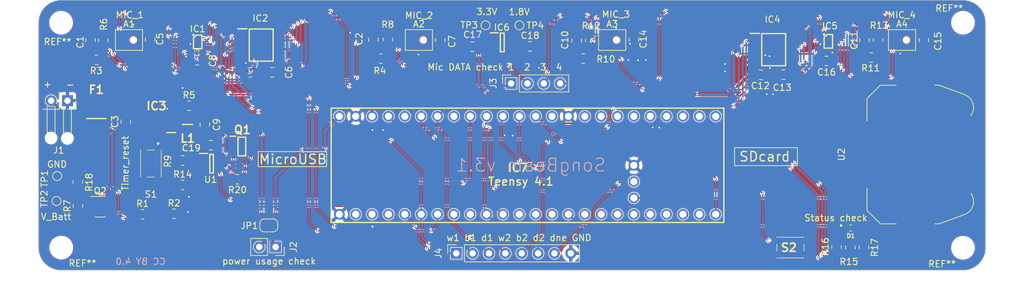
<source format=kicad_pcb>
(kicad_pcb (version 20211014) (generator pcbnew)
  (layers (0 "F.Cu" signal) (31 "B.Cu" signal) (34 "B.Paste" user) (35 "F.Paste" user) (36 "B.SilkS" user "B.Silkscreen") (37 "F.SilkS" user "F.Silkscreen") (38 "B.Mask" user) (39 "F.Mask" user) (44 "Edge.Cuts" user))
  (net 0 "")
  (net 1 "Net-(R9-Pad1)")
  (net 2 "Net-(IC7-Pad32)")
  (net 11 "Net-(IC7-Pad14)")
  (net 12 "Net-(IC7-Pad15)")
  (net 13 "Net-(IC7-Pad16)")
  (net 15 "Net-(IC7-Pad18)")
  (net 18 "Net-(IC7-Pad23)")
  (net 35 "GND")
  (net 37 "Net-(Q2-Pad4)")
  (net 38 "Net-(IC7-Pad55)")
  (net 40 "Net-(C19-Pad1)")
  (net 41 "Net-(A1-Pad1)")
  (net 42 "+1V8")
  (net 43 "Net-(F1-Pad1)")
  (net 44 "Net-(A2-Pad1)")
  (net 45 "Net-(A3-Pad1)")
  (net 46 "Net-(IC2-Pad2)")
  (net 47 "Net-(A4-Pad1)")
  (net 48 "Net-(IC2-Pad3)")
  (net 49 "Net-(Q1-Pad3)")
  (net 50 "Net-(IC3-Pad2)")
  (net 53 "Net-(IC1-PadB2)")
  (net 54 "Net-(IC1-PadC2)")
  (net 55 "Net-(IC1-PadB1)")
  (net 56 "Net-(D1-Pad2)")
  (net 57 "Net-(D1-Pad3)")
  (net 58 "Net-(D1-Pad4)")
  (net 66 "+3.3V")
  (net 70 "Net-(IC4-Pad2)")
  (net 72 "Net-(IC4-Pad3)")
  (net 74 "Net-(IC4-Pad5)")
  (net 75 "Net-(IC4-Pad10)")
  (net 76 "Net-(IC4-Pad12)")
  (net 77 "Net-(IC4-Pad13)")
  (net 78 "Net-(A1-Pad3)")
  (net 79 "Net-(C1-Pad1)")
  (net 80 "Net-(C10-Pad1)")
  (net 81 "Net-(A3-Pad3)")
  (net 82 "Net-(IC3-Pad4)")
  (net 83 "Net-(IC7-Pad9)")
  (net 84 "Net-(Q2-Pad3)")
  (net 85 "Net-(C3-Pad2)")
  (net 86 "Net-(IC2-Pad5)")
  (net 87 "Net-(IC7-Pad43)")
  (net 88 "Net-(J2-Pad2)")
  (net 90 "Net-(D1-Pad1)")
  (footprint "Resistor_SMD:R_0805_2012Metric" (layer "F.Cu") (at 194.1265 49.2252)
    (fp_text reference "R11")
    (fp_text value "100K")
  )
  (footprint "APHF1608LSEEQBDZGKC-2:LED_APHF1608LSEEQBDZGKC" (layer "F.Cu") (at 190.9572 75.7447)
    (fp_text reference "D1")
    (fp_text value "APHF1608LSEEQBDZGKC")
  )
  (footprint "Connector_PinSocket_2.54mm:PinSocket_1x04_P2.54mm_Vertical" (layer "F.Cu") (at 138.2268 53.2638 90)
    (fp_text reference "J3")
    (fp_text value "Conn_01x04")
  )
  (footprint "Connector_Wire:SolderWire_1x02_P2.52" (layer "F.Cu") (at 68.1228 67.3484)
    (fp_text reference "J1")
    (fp_text value "Conn_01x02")
  )
  (footprint "Resistor_SMD:R_0805_2012Metric" (layer "F.Cu") (at 85.9229 73.5228)
    (fp_text reference "R2")
    (fp_text value "105K")
  )
  (footprint "DFE201612E-2R2M=P2:1286ASH1R0MP2" (layer "F.Cu") (at 87.997604 59.6322 -90)
    (fp_text reference "L1")
    (fp_text value "DFE201612E-2R2M=P2" hide)
  )
  (footprint "Capacitor_SMD:C_0805_2012Metric" (layer "F.Cu") (at 177.0342 51.9176)
    (fp_text reference "C12")
    (fp_text value "100nF")
  )
  (footprint "LIB_TXU0304PWR:SOP65P640X120-14N" (layer "F.Cu") (at 99.441 47.2948)
    (fp_text reference "IC2")
    (fp_text value "TXU0304PWR" hide)
  )
  (footprint "LIB_LP5907MFX-1:SOT95P280X145-5N" (layer "F.Cu") (at 136.8552 46.8884)
    (fp_text reference "IC6")
    (fp_text value "LP5907MFX-1.8_NOPB" hide)
  )
  (footprint "Resistor_SMD:R_0805_2012Metric" (layer "F.Cu") (at 87.2449 69.0504)
    (fp_text reference "R14")
    (fp_text value "1M")
  )
  (footprint "Resistor_SMD:R_0805_2012Metric" (layer "F.Cu") (at 118.008303 49.3878)
    (fp_text reference "R4")
    (fp_text value "100K")
  )
  (footprint "LIB_ADAU7002ACBZ-R7-3:BGA8C40P2X4_76X156X56" (layer "F.Cu") (at 89.5858 46.7868)
    (fp_text reference "IC1")
    (fp_text value "ADAU7002ACBZ-R7" hide)
  )
  (footprint "Sensor_Audio:Infineon_PG-LLGA-5-1" (layer "F.Cu") (at 153.9178 46.5074)
    (fp_text reference "A3")
    (fp_text value "IM69D130")
  )
  (footprint "Capacitor_SMD:C_0805_2012Metric" (layer "F.Cu") (at 132.2324 47.5488)
    (fp_text reference "C17")
    (fp_text value "1µF")
  )
  (footprint "Capacitor_SMD:C_0805_2012Metric" (layer "F.Cu") (at 148.4122 46.609 90)
    (fp_text reference "C10")
    (fp_text value "47pF")
  )
  (footprint "Capacitor_SMD:C_0805_2012Metric" (layer "F.Cu") (at 72.9488 46.5328 90)
    (fp_text reference "C1")
    (fp_text value "47pF")
  )
  (footprint "Capacitor_SMD:C_0805_2012Metric" (layer "F.Cu") (at 202.311 46.5328 90)
    (fp_text reference "C15")
    (fp_text value "100nF")
  )
  (footprint "Resistor_SMD:R_0805_2012Metric" (layer "F.Cu") (at 150.5204 46.5582 -90)
    (fp_text reference "R12")
    (fp_text value "100R")
  )
  (footprint "Resistor_SMD:R_0805_2012Metric" (layer "F.Cu") (at 119.100503 46.4141 -90)
    (fp_text reference "R8")
    (fp_text value "100R")
  )
  (footprint "Resistor_SMD:R_0805_2012Metric" (layer "F.Cu") (at 74.9046 46.5582 -90)
    (fp_text reference "R6")
    (fp_text value "100R")
  )
  (footprint "LIB_TPS62842DGRR:SOP65P490X110-9N" (layer "F.Cu") (at 83.273204 59.3528 180)
    (fp_text reference "IC3")
    (fp_text value "TPS62842DGRR" hide)
  )
  (footprint "Resistor_SMD:R_0805_2012Metric" (layer "F.Cu") (at 149.4028 49.3776)
    (fp_text reference "R10")
    (fp_text value "100K")
  )
  (footprint "LIB_TXU0304PWR:SOP65P640X120-14N" (layer "F.Cu") (at 178.99 48.006)
    (fp_text reference "IC4")
    (fp_text value "TXU0304PWR" hide)
  )
  (footprint "Capacitor_SMD:C_0805_2012Metric" (layer "F.Cu") (at 157.3022 46.4566 90)
    (fp_text reference "C14")
    (fp_text value "100nF")
  )
  (footprint "Resistor_SMD:R_0805_2012Metric" (layer "F.Cu") (at 188.7474 78.7146 -90)
    (fp_text reference "R16")
    (fp_text value "750R")
  )
  (footprint "PTS815_SJM_250_SMTR_LFS:PTS815SJM250SMTRLFS" (layer "F.Cu") (at 181.5846 78.7908)
    (fp_text reference "S2")
    (fp_text value "PTS815_SJM_250_SMTR_LFS" hide)
  )
  (footprint "Resistor_SMD:R_0805_2012Metric" (layer "F.Cu") (at 81.0315 73.599)
    (fp_text reference "R1")
    (fp_text value "1M")
  )
  (footprint "MountingHole:MountingHole_3.2mm_M3" (layer "F.Cu") (at 68.3768 43.815)
    (fp_text reference "REF**")
    (fp_text value "MountingHole_3.2mm_M3")
  )
  (footprint "TestPoint:TestPoint_Pad_D1.0mm" (layer "F.Cu") (at 67.7672 67.6656)
    (fp_text reference "TP1")
    (fp_text value "TestPoint")
  )
  (footprint "TestPoint:TestPoint_Pad_D1.0mm" (layer "F.Cu") (at 139.5222 44.2214)
    (fp_text reference "TP4")
    (fp_text value "TestPoint")
  )
  (footprint "LIB_3034:BatteryHolder_Keystone_3034_1x20mm" (layer "F.Cu") (at 201.0156 64.3128 90)
    (fp_text reference "U2")
    (fp_text value "3034")
  )
  (footprint "Sensor_Audio:Infineon_PG-LLGA-5-1" (layer "F.Cu") (at 123.9178 46.5074)
    (fp_text reference "A2")
    (fp_text value "IM69D130")
  )
  (footprint "Capacitor_SMD:C_0805_2012Metric" (layer "F.Cu") (at 127.2286 46.5074 90)
    (fp_text reference "C7")
    (fp_text value "100nF")
  )
  (footprint "Sensor_Audio:Infineon_PG-LLGA-5-1" (layer "F.Cu") (at 78.9178 46.5074)
    (fp_text reference "A1")
    (fp_text value "IM69D130")
  )
  (footprint "Resistor_SMD:R_0805_2012Metric" (layer "F.Cu") (at 190.9014 78.7718 -90)
    (fp_text reference "R15")
    (fp_text value "330R")
  )
  (footprint "TPL5110DDCR:SOT95P280X110-6N" (layer "F.Cu") (at 91.7449 65.7504)
    (fp_text reference "U1")
    (fp_text value "TPL5110" hide)
  )
  (footprint "Capacitor_SMD:C_0805_2012Metric" (layer "F.Cu") (at 193.087 46.5328 90)
    (fp_text reference "C11")
    (fp_text value "47pF")
  )
  (footprint "Jumper:SolderJumper-2_P1.3mm_Bridged_RoundedPad1.0x1.5mm" (layer "F.Cu") (at 100.6094 75.3364)
    (fp_text reference "JP1")
    (fp_text value "SolderJumper_2_Bridged")
  )
  (footprint "Resistor_SMD:R_0805_2012Metric" (layer "F.Cu") (at 73.8632 49.5808)
    (fp_text reference "R3")
    (fp_text value "100K")
  )
  (footprint "LIB_ADAU7002ACBZ-R7-3:BGA8C40P2X4_76X156X56" (layer "F.Cu") (at 187.4736 46.7106)
    (fp_text reference "IC5")
    (fp_text value "ADAU7002ACBZ-R7" hide)
  )
  (footprint "MountingHole:MountingHole_3.2mm_M3" (layer "F.Cu") (at 68.4022 78.7896)
    (fp_text reference "REF**")
    (fp_text value "MountingHole_3.2mm_M3")
  )
  (footprint "Capacitor_SMD:C_0805_2012Metric" (layer "F.Cu") (at 187.1688 49.7586 180)
    (fp_text reference "C16")
    (fp_text value "100nF")
  )
  (footprint "Capacitor_SMD:C_0805_2012Metric" (layer "F.Cu") (at 91.6432 62.865)
    (fp_text reference "C19")
    (fp_text value "100nF")
  )
  (footprint "Capacitor_SMD:C_0805_2012Metric" (layer "F.Cu") (at 141.1732 47.498)
    (fp_text reference "C18")
    (fp_text value "1µF")
  )
  (footprint "TEENSY_4.1:TEENSY41" (layer "F.Cu") (at 116.65 73.6092)
    (fp_text reference "IC7")
    (fp_text value "TEENSY_4.1" hide)
  )
  (footprint "Capacitor_SMD:C_0805_2012Metric" (layer "F.Cu") (at 78.421804 59.2004 90)
    (fp_text reference "C3")
    (fp_text value "4.7µF")
  )
  (footprint "Resistor_SMD:R_0805_2012Metric" (layer "F.Cu") (at 88.2343 56.7334)
    (fp_text reference "R5")
    (fp_text value "267K")
  )
  (footprint "Resistor_SMD:R_0805_2012Metric" (layer "F.Cu") (at 70.9985 72.3036 90)
    (fp_text reference "R7")
    (fp_text value "100K")
  )
  (footprint "Connector_PinSocket_2.54mm:PinSocket_1x08_P2.54mm_Vertical" (layer "F.Cu") (at 129.7206 79.6802 90)
    (fp_text reference "J4")
    (fp_text value "Conn_01x08")
  )
  (footprint "Capacitor_SMD:C_0805_2012Metric" (layer "F.Cu") (at 89.5096 49.657)
    (fp_text reference "C8")
    (fp_text value "100nF")
  )
  (footprint "MountingHole:MountingHole_3.2mm_M3" (layer "F.Cu") (at 208.3768 43.815)
    (fp_text reference "REF**")
    (fp_text value "MountingHole_3.2mm_M3")
  )
  (footprint "Capacitor_SMD:C_0805_2012Metric" (layer "F.Cu") (at 90.690004 59.6576 90)
    (fp_text reference "C9")
    (fp_text value "10µF")
  )
  (footprint "Resistor_SMD:R_0805_2012Metric" (layer "F.Cu") (at 195.1952 46.5074 -90)
    (fp_text reference "R13")
    (fp_text value "100R")
  )
  (footprint "Resistor_SMD:R_0805_2012Metric" (layer "F.Cu") (at 193.0146 78.7654 -90)
    (fp_text reference "R17")
    (fp_text value "330R")
  )
  (footprint "Capacitor_SMD:C_0805_2012Metric" (layer "F.Cu") (at 101.1682 51.5366)
    (fp_text reference "C6")
    (fp_text value "100nF")
  )
  (footprint "MountingHole:MountingHole_3.2mm_M3" (layer "F.Cu") (at 208.3768 78.815)
    (fp_text reference "REF**")
    (fp_text value "MountingHole_3.2mm_M3")
  )
  (footprint "Capacitor_SMD:C_0805_2012Metric" (layer "F.Cu") (at 116.865303 46.4414 90)
    (fp_text reference "C2")
    (fp_text value "47pF")
  )
  (footprint "Resistor_SMD:R_0805_2012Metric" (layer "F.Cu") (at 70.9731 68.5698 90)
    (fp_text reference "R18")
    (fp_text value "100K")
  )
  (footprint "Capacitor_SMD:C_0805_2012Metric" (layer "F.Cu") (at 180.5038 51.8922)
    (fp_text reference "C13")
    (fp_text value "100nF")
  )
  (footprint "Capacitor_SMD:C_0805_2012Metric" (layer "F.Cu") (at 82.1944 46.4312 90)
    (fp_text reference "C5")
    (fp_text value "100nF")
  )
  (footprint "LIB_CPH6350-TL-W:SOT95P280X105-6N" (layer "F.Cu") (at 96.4438 63.0682)
    (fp_text reference "Q1")
    (fp_text value "CPH6350-TL-W" hide)
  )
  (footprint "Capacitor_SMD:C_0805_2012Metric" (layer "F.Cu") (at 97.7646 51.5366)
    (fp_text reference "C4")
    (fp_text value "100nF")
  )
  (footprint "PTS815_SJM_250_SMTR_LFS:PTS815SJM250SMTRLFS" (layer "F.Cu") (at 82.3161 65.725 -90)
    (fp_text reference "S1")
    (fp_text value "PTS815_SJM_250_SMTR_LFS" hide)
  )
  (footprint "TestPoint:TestPoint_Pad_D1.0mm" (layer "F.Cu") (at 67.6656 71.5518)
    (fp_text reference "TP2")
    (fp_text value "TestPoint")
  )
  (footprint "LIB_MINISMDC110F-2:MINISMDC050F2" (layer "F.Cu") (at 73.8632 58.7248 -90)
    (fp_text reference "F1")
    (fp_text value "Polyfuse" hide)
  )
  (footprint "Connector_PinSocket_2.54mm:PinSocket_1x02_P2.54mm_Vertical" (layer "F.Cu") (at 101.6816 78.6888 -90)
    (fp_text reference "J2")
    (fp_text value "Conn_01x02")
  )
  (footprint "TestPoint:TestPoint_Pad_D1.0mm" (layer "F.Cu") (at 134.2644 44.2214)
    (fp_text reference "TP3")
    (fp_text value "TestPoint")
  )
  (footprint "Sensor_Audio:Infineon_PG-LLGA-5-1" (layer "F.Cu") (at 198.9178 46.5074)
    (fp_text reference "A4")
    (fp_text value "IM69D130")
  )
  (footprint "Resistor_SMD:R_0805_2012Metric" (layer "F.Cu") (at 95.7527 68.1634 180)
    (fp_text reference "R20")
    (fp_text value "NC")
  )
  (footprint "Resistor_SMD:R_0805_2012Metric" (layer "F.Cu") (at 87.2449 65.2504)
    (fp_text reference "R9")
    (fp_text value "100K")
  )
  (footprint "Package_SO:TSOP-6_1.65x3.05mm_P0.95mm" (layer "F.Cu") (at 74.4529 72.4306)
    (fp_text reference "Q2")
    (fp_text value "AO6604")
  )
  (gr_rect (start 172.9232 63.246) (end 182.6768 66.04) (layer "F.SilkS") (width 0.12) (fill none))
  (gr_rect (start 98.9838 66.1924) (end 109.601 63.8556) (layer "F.SilkS") (width 0.12) (fill none))
  (gr_arc (start 208.376798 40.3098) (mid 210.855349 41.336449) (end 211.881998 43.815) (layer "Edge.Cuts") (width 0.05))
  (gr_line (start 208.376798 40.3098) (end 68.3768 40.3098) (layer "Edge.Cuts") (width 0.05))
  (gr_arc (start 211.881998 78.814998) (mid 210.855349 81.293549) (end 208.376798 82.320198) (layer "Edge.Cuts") (width 0.05))
  (gr_line (start 211.881998 43.815) (end 211.881998 78.814998) (layer "Edge.Cuts") (width 0.05))
  (gr_arc (start 64.8716 43.815) (mid 65.898249 41.336449) (end 68.3768 40.3098) (layer "Edge.Cuts") (width 0.05))
  (gr_arc (start 68.3768 82.320198) (mid 65.898249 81.293549) (end 64.8716 78.814998) (layer "Edge.Cuts") (width 0.05))
  (gr_line (start 64.8716 43.815) (end 64.8716 78.814998) (layer "Edge.Cuts") (width 0.05))
  (gr_line (start 68.3768 82.320198) (end 208.376798 82.320198) (layer "Edge.Cuts") (width 0.05))
  (gr_text "CC BY 4.0" (at 80.7212 80.9498) (layer "B.SilkS") (effects (font (size 1 1)) (justify mirror)))
  (gr_text "SongBeam v3.1\n" (at 141.288 65.9638) (layer "B.SilkS") (effects (font (size 2 2)) (justify mirror)))
  (gr_text "Status check" (at 188.6458 74.168) (layer "F.SilkS") (effects (font (size 1 1))))
  (gr_text "Teensy 4.1" (at 139.7386 68.5038) (layer "F.SilkS") (effects (font (size 1.25 1.25) (thickness 0.2))))
  (gr_text "-" (at 69.7992 53.4416) (layer "F.SilkS") (effects (font (size 1 1))))
  (gr_text "3.3V" (at 134.4676 42.1132) (layer "F.SilkS") (effects (font (size 1 1))))
  (gr_text "GND" (at 67.7418 65.8368) (layer "F.SilkS") (effects (font (size 1 1))))
  (gr_text "MIC_3" (at 154.5082 42.5196) (layer "F.SilkS") (effects (font (size 1 1))))
  (gr_text "+" (at 66.2686 53.3908) (layer "F.SilkS") (effects (font (size 1 1))))
  (gr_text "1.8V" (at 139.4968 42.1386) (layer "F.SilkS") (effects (font (size 1 1))))
  (gr_text "power usage check" (at 100.6602 80.899) (layer "F.SilkS") (effects (font (size 1 1))))
  (gr_text "Timer_reset" (at 78.3391 65.6742 90) (layer "F.SilkS") (effects (font (size 1 1))))
  (gr_text "MicroUSB" (at 104.3686 65.0494) (layer "F.SilkS") (effects (font (size 1.5 1.5) (thickness 0.2))))
  (gr_text "V_Batt" (at 67.5894 73.9902) (layer "F.SilkS") (effects (font (size 1 1))))
  (gr_text "MIC_1" (at 79.0448 42.6212) (layer "F.SilkS") (effects (font (size 1 1))))
  (gr_text "Mic DATA check 1  2  3  4" (at 135.7122 50.7238) (layer "F.SilkS") (effects (font (size 1 1))))
  (gr_text "w1 b1 d1 w2 b2 d2 dne GND" (at 139.4592 77.2668) (layer "F.SilkS") (effects (font (size 1 1))))
  (gr_text "MIC_4" (at 198.882 42.6212) (layer "F.SilkS") (effects (font (size 1 1))))
  (gr_text "SDcard" (at 177.5968 64.643) (layer "F.SilkS") (effects (font (size 1.5 1.5) (thickness 0.2))))
  (gr_text "MIC_2" (at 123.952 42.6974) (layer "F.SilkS") (effects (font (size 1 1))))
  (segment (start 87.7824 66.7004) (end 90.4949 66.7004) (width 0.25) (layer "F.Cu") (net 1))
  (segment (start 86.3324 65.2504) (end 87.7824 66.7004) (width 0.25) (layer "F.Cu") (net 1))
  (segment (start 83.0165 65.2504) (end 81.2411 63.475) (width 0.25) (layer "F.Cu") (net 1))
  (segment (start 86.3324 65.2504) (end 83.0165 65.2504) (width 0.25) (layer "F.Cu") (net 1))
  (segment (start 169.99 67.9958) (end 169.99 68.0974) (width 0.25) (layer "F.Cu") (net 2))
  (segment (start 92.9949 66.7004) (end 92.9949 67.2344) (width 0.25) (layer "F.Cu") (net 2))
  (segment (start 115.0346 71.313) (end 118.1352 68.2124) (width 0.25) (layer "F.Cu") (net 2))
  (segment (start 155.4986 68.2124) (end 155.6263 68.0847) (width 0.25) (layer "F.Cu") (net 2))
  (segment (start 118.1352 68.2124) (end 155.4986 68.2124) (width 0.25) (layer "F.Cu") (net 2))
  (segment (start 91.9449 67.7504) (end 87.6324 67.7504) (width 0.25) (layer "F.Cu") (net 2))
  (segment (start 92.9949 66.7004) (end 91.9449 67.7504) (width 0.25) (layer "F.Cu") (net 2))
  (segment (start 156.2643 67.4467) (end 155.6263 68.0847) (width 0.25) (layer "F.Cu") (net 2))
  (segment (start 92.9949 67.2344) (end 93.1365 67.376) (width 0.25) (layer "F.Cu") (net 2))
  (segment (start 169.4409 67.4467) (end 156.2643 67.4467) (width 0.25) (layer "F.Cu") (net 2))
  (segment (start 169.4409 67.4467) (end 169.99 67.9958) (width 0.25) (layer "F.Cu") (net 2))
  (segment (start 155.6263 68.0847) (end 154.8516 68.8594) (width 0.25) (layer "F.Cu") (net 2))
  (segment (start 87.6324 67.7504) (end 86.3324 69.0504) (width 0.25) (layer "F.Cu") (net 2))
  (segment (start 94.6605 71.313) (end 115.0346 71.313) (width 0.25) (layer "F.Cu") (net 2))
  (via (at 93.1365 67.376) (size 0.4) (drill 0.25) (layers "F.Cu" "B.Cu") (net 2))
  (via (at 154.8516 68.8594) (size 0.4) (drill 0.25) (layers "F.Cu" "B.Cu") (net 2))
  (via (at 94.6605 71.313) (size 0.4) (drill 0.25) (layers "F.Cu" "B.Cu") (net 2))
  (via (at 169.99 68.0974) (size 0.4) (drill 0.25) (layers "F.Cu" "B.Cu") (net 2))
  (segment (start 144.9606 79.6802) (end 145.129887 79.6802) (width 0.25) (layer "B.Cu") (net 2))
  (segment (start 145.129887 79.6802) (end 151.0924 73.717687) (width 0.25) (layer "B.Cu") (net 2))
  (segment (start 151.0924 73.717687) (end 151.0924 72.6186) (width 0.25) (layer "B.Cu") (net 2))
  (segment (start 169.99 68.0974) (end 169.99 73.6092) (width 0.25) (layer "B.Cu") (net 2))
  (segment (start 93.1365 69.789) (end 94.6605 71.313) (width 0.25) (layer "B.Cu") (net 2))
  (segment (start 93.1365 67.376) (end 93.1365 69.789) (width 0.25) (layer "B.Cu") (net 2))
  (segment (start 151.0924 72.6186) (end 154.8516 68.8594) (width 0.25) (layer "B.Cu") (net 2))
  (segment (start 184.240692 67.0717) (end 179.449792 62.2808) (width 0.25) (layer "F.Cu") (net 11))
  (segment (start 187.3739 79.6271) (end 187.1472 79.4004) (width 0.25) (layer "F.Cu") (net 11))
  (segment (start 179.449792 62.2808) (end 145.987 62.2808) (width 0.25) (layer "F.Cu") (net 11))
  (segment (start 186.055 68.8848) (end 184.2419 67.0717) (width 0.25) (layer "F.Cu") (net 11))
  (segment (start 184.2419 67.0717) (end 184.240692 67.0717) (width 0.25) (layer "F.Cu") (net 11))
  (segment (start 188.7474 79.6271) (end 187.3739 79.6271) (width 0.25) (layer "F.Cu") (net 11))
  (via (at 186.055 68.8848) (size 0.4) (drill 0.25) (layers "F.Cu" "B.Cu") (net 11))
  (via (at 145.987 62.2808) (size 0.4) (drill 0.25) (layers "F.Cu" "B.Cu") (net 11))
  (via (at 187.1472 79.4004) (size 0.4) (drill 0.25) (layers "F.Cu" "B.Cu") (net 11))
  (segment (start 142.05 58.3692) (end 145.9616 62.2808) (width 0.25) (layer "B.Cu") (net 11))
  (segment (start 186.055 68.8848) (end 186.9948 69.8246) (width 0.25) (layer "B.Cu") (net 11))
  (segment (start 186.9948 69.8246) (end 186.9948 79.248) (width 0.25) (layer "B.Cu") (net 11))
  (segment (start 145.9616 62.2808) (end 145.987 62.2808) (width 0.25) (layer "B.Cu") (net 11))
  (segment (start 186.9948 79.248) (end 187.1472 79.4004) (width 0.25) (layer "B.Cu") (net 11))
  (segment (start 186.3778 80.7646) (end 185.9534 80.3402) (width 0.25) (layer "F.Cu") (net 12))
  (segment (start 152.0068 63.4238) (end 178.689 63.4238) (width 0.25) (layer "F.Cu") (net 12))
  (segment (start 192.9149 79.6779) (end 191.8282 80.7646) (width 0.25) (layer "F.Cu") (net 12))
  (segment (start 149.035 66.3956) (end 152.0068 63.4238) (width 0.25) (layer "F.Cu") (net 12))
  (segment (start 142.0754 66.3956) (end 149.035 66.3956) (width 0.25) (layer "F.Cu") (net 12))
  (segment (start 193.0146 79.6779) (end 192.9149 79.6779) (width 0.25) (layer "F.Cu") (net 12))
  (segment (start 178.689 63.4238) (end 181.6862 66.421) (width 0.25) (layer "F.Cu") (net 12))
  (segment (start 191.8282 80.7646) (end 186.3778 80.7646) (width 0.25) (layer "F.Cu") (net 12))
  (via (at 181.6862 66.421) (size 0.4) (drill 0.25) (layers "F.Cu" "B.Cu") (net 12))
  (via (at 185.9534 80.3402) (size 0.4) (drill 0.25) (layers "F.Cu" "B.Cu") (net 12))
  (via (at 142.0754 66.3956) (size 0.4) (drill 0.25) (layers "F.Cu" "B.Cu") (net 12))
  (segment (start 142.0754 66.3956) (end 139.51 63.8302) (width 0.25) (layer "B.Cu") (net 12))
  (segment (start 139.51 63.8302) (end 139.51 58.3692) (width 0.25) (layer "B.Cu") (net 12))
  (segment (start 185.9534 73.8378) (end 185.9534 70.6882) (width 0.25) (layer "B.Cu") (net 12))
  (segment (start 185.9534 70.6882) (end 181.6862 66.421) (width 0.25) (layer "B.Cu") (net 12))
  (segment (start 185.9534 80.3402) (end 185.9534 73.8378) (width 0.25) (layer "B.Cu") (net 12))
  (segment (start 187.095 80.3896) (end 186.5376 79.8322) (width 0.25) (layer "F.Cu") (net 13))
  (segment (start 139.9164 65.6844) (end 148.8572 65.6844) (width 0.25) (layer "F.Cu") (net 13))
  (segment (start 190.9014 79.6843) (end 190.1961 80.3896) (width 0.25) (layer "F.Cu") (net 13))
  (segment (start 190.1961 80.3896) (end 187.095 80.3896) (width 0.25) (layer "F.Cu") (net 13))
  (segment (start 179.2224 62.7888) (end 182.118 65.6844) (width 0.25) (layer "F.Cu") (net 13))
  (segment (start 151.7528 62.7888) (end 179.2224 62.7888) (width 0.25) (layer "F.Cu") (net 13))
  (segment (start 139.5608 65.3288) (end 139.9164 65.6844) (width 0.25) (layer "F.Cu") (net 13))
  (segment (start 148.8572 65.6844) (end 151.7528 62.7888) (width 0.25) (layer "F.Cu") (net 13))
  (via (at 182.118 65.6844) (size 0.4) (drill 0.25) (layers "F.Cu" "B.Cu") (net 13))
  (via (at 139.5608 65.3288) (size 0.4) (drill 0.25) (layers "F.Cu" "B.Cu") (net 13))
  (via (at 186.5376 79.8322) (size 0.4) (drill 0.25) (layers "F.Cu" "B.Cu") (net 13))
  (segment (start 139.5608 65.3288) (end 136.704 62.472) (width 0.25) (layer "B.Cu") (net 13))
  (segment (start 182.118 65.7352) (end 182.118 65.6844) (width 0.25) (layer "B.Cu") (net 13))
  (segment (start 186.5376 79.8322) (end 186.5376 70.1548) (width 0.25) (layer "B.Cu") (net 13))
  (segment (start 136.704 58.6352) (end 136.97 58.3692) (width 0.25) (layer "B.Cu") (net 13))
  (segment (start 186.5376 70.1548) (end 182.118 65.7352) (width 0.25) (layer "B.Cu") (net 13))
  (segment (start 136.704 62.472) (end 136.704 58.6352) (width 0.25) (layer "B.Cu") (net 13))
  (segment (start 90.0123 71.9734) (end 114.974912 71.9734) (width 0.25) (layer "F.Cu") (net 15))
  (segment (start 83.9131 72.7894) (end 84.3703 72.3322) (width 0.25) (layer "F.Cu") (net 15))
  (segment (start 114.974912 71.9734) (end 115.286656 71.661656) (width 0.25) (layer "F.Cu") (net 15))
  (segment (start 84.9818 73.5514) (end 85.0104 73.5228) (width 0.25) (layer "F.Cu") (net 15))
  (segment (start 83.6401 73.5514) (end 84.9818 73.5514) (width 0.25) (layer "F.Cu") (net 15))
  (segment (start 83.6401 73.5514) (end 81.9916 73.5514) (width 0.25) (layer "F.Cu") (net 15))
  (segment (start 89.6535 72.3322) (end 90.0123 71.9734) (width 0.25) (layer "F.Cu") (net 15))
  (segment (start 118.215913 68.7324) (end 130.7724 68.7324) (width 0.25) (layer "F.Cu") (net 15))
  (segment (start 81.9916 73.5514) (end 81.944 73.599) (width 0.25) (layer "F.Cu") (net 15))
  (segment (start 114.990113 71.9582) (end 115.286656 71.661656) (width 0.25) (layer "F.Cu") (net 15))
  (segment (start 115.286656 71.661656) (end 118.215913 68.7324) (width 0.25) (layer "F.Cu") (net 15))
  (segment (start 83.9131 73.2784) (end 83.9131 72.7894) (width 0.25) (layer "F.Cu") (net 15))
  (segment (start 84.3703 72.3322) (end 89.6535 72.3322) (width 0.25) (layer "F.Cu") (net 15))
  (segment (start 83.6401 73.5514) (end 83.9131 73.2784) (width 0.25) (layer "F.Cu") (net 15))
  (via (at 130.7724 68.7324) (size 0.4) (drill 0.25) (layers "F.Cu" "B.Cu") (net 15))
  (segment (start 131.89 67.5132) (end 131.89 58.3692) (width 0.25) (layer "B.Cu") (net 15))
  (segment (start 130.7724 68.7324) (end 131.9408 67.564) (width 0.25) (layer "B.Cu") (net 15))
  (segment (start 179.2666 77.6478) (end 179.3346 77.7158) (width 0.25) (layer "F.Cu") (net 18))
  (segment (start 134.672 60.337) (end 121.1578 60.337) (width 0.25) (layer "F.Cu") (net 18))
  (segment (start 178.1556 77.6478) (end 179.2666 77.6478) (width 0.25) (layer "F.Cu") (net 18))
  (segment (start 134.811 60.198) (end 134.672 60.337) (width 0.25) (layer "F.Cu") (net 18))
  (segment (start 136.1923 69.9867) (end 176.9207 69.9867) (width 0.25) (layer "F.Cu") (net 18))
  (segment (start 176.9207 69.9867) (end 177.292 70.358) (width 0.25) (layer "F.Cu") (net 18))
  (segment (start 135.6746 69.469) (end 136.1923 69.9867) (width 0.25) (layer "F.Cu") (net 18))
  (segment (start 121.1578 60.337) (end 119.19 58.3692) (width 0.25) (layer "F.Cu") (net 18))
  (via (at 135.6746 69.469) (size 0.4) (drill 0.25) (layers "F.Cu" "B.Cu") (net 18))
  (via (at 134.811 60.198) (size 0.4) (drill 0.25) (layers "F.Cu" "B.Cu") (net 18))
  (via (at 178.1556 77.6478) (size 0.4) (drill 0.25) (layers "F.Cu" "B.Cu") (net 18))
  (via (at 177.292 70.358) (size 0.4) (drill 0.25) (layers "F.Cu" "B.Cu") (net 18))
  (segment (start 177.292 76.7842) (end 178.1556 77.6478) (width 0.25) (layer "B.Cu") (net 18))
  (segment (start 135.065 60.5028) (end 134.811 60.2488) (width 0.25) (layer "B.Cu") (net 18))
  (segment (start 135.6746 69.469) (end 135.065 68.8594) (width 0.25) (layer "B.Cu") (net 18))
  (segment (start 177.292 70.358) (end 177.292 76.7842) (width 0.25) (layer "B.Cu") (net 18))
  (segment (start 135.065 68.8594) (end 135.065 60.5028) (width 0.25) (layer "B.Cu") (net 18))
  (segment (start 134.811 60.2488) (end 134.811 60.198) (width 0.25) (layer "B.Cu") (net 18))
  (segment (start 199.311 45.6974) (end 198.1178 46.8906) (width 0.25) (layer "F.Cu") (net 35))
  (segment (start 78.599204 60.3278) (end 81.073204 60.3278) (width 0.5) (layer "F.Cu") (net 35))
  (segment (start 87.8586 49.657) (end 88.5596 49.657) (width 0.25) (layer "F.Cu") (net 35))
  (segment (start 97.0534 50.0888) (end 97.2668 50.0888) (width 0.25) (layer "F.Cu") (net 35))
  (segment (start 78.421804 60.1504) (end 78.599204 60.3278) (width 0.5) (layer "F.Cu") (net 35))
  (segment (start 177.0395 49.956) (end 177.6946 49.3009) (width 0.25) (layer "F.Cu") (net 35))
  (segment (start 88.6238 46.9868) (end 88.4682 47.1424) (width 0.25) (layer "F.Cu") (net 35))
  (segment (start 91.6432 63.815) (end 91.6432 65.2526) (width 0.5) (layer "F.Cu") (net 35))
  (segment (start 177.9842 51.9176) (end 177.9842 51.2724) (width 0.25) (layer "F.Cu") (net 35))
  (segment (start 178.1772 48.8442) (end 177.72 48.8442) (width 0.25) (layer "F.Cu") (net 35))
  (segment (start 188.1188 49.7586) (end 188.1188 48.4734) (width 0.25) (layer "F.Cu") (net 35))
  (segment (start 198.1178 46.8906) (end 198.1178 47.3574) (width 0.25) (layer "F.Cu") (net 35))
  (segment (start 187.2736 46.9106) (end 186.5116 46.9106) (width 0.25) (layer "F.Cu") (net 35))
  (segment (start 84.523204 58.8528) (end 84.698204 59.0278) (width 0.25) (layer "F.Cu") (net 35))
  (segment (start 188.1188 48.4734) (end 188.1086 48.4632) (width 0.25) (layer "F.Cu") (net 35))
  (segment (start 199.5978 45.6974) (end 199.311 45.6974) (width 0.25) (layer "F.Cu") (net 35))
  (segment (start 123.1178 46.7574) (end 124.1778 45.6974) (width 0.25) (layer "F.Cu") (net 35))
  (segment (start 84.8815 57.1906) (end 84.523204 57.548896) (width 0.25) (layer "F.Cu") (net 35))
  (segment (start 123.1178 47.3574) (end 123.1178 48.0392) (width 0.25) (layer "F.Cu") (net 35))
  (segment (start 84.523204 57.548896) (end 84.523204 58.8528) (width 0.25) (layer "F.Cu") (net 35))
  (segment (start 87.792214 49.101572) (end 87.792214 49.590614) (width 0.25) (layer "F.Cu") (net 35))
  (segment (start 198.1178 47.3574) (end 198.1178 48.1092) (width 0.25) (layer "F.Cu") (net 35))
  (segment (start 198.1178 48.1092) (end 198.6496 48.641) (width 0.25) (layer "F.Cu") (net 35))
  (segment (start 154.5978 44.692) (end 154.5336 44.6278) (width 0.25) (layer "F.Cu") (net 35))
  (segment (start 84.698204 59.0278) (end 85.473204 59.0278) (width 0.25) (layer "F.Cu") (net 35))
  (segment (start 123.1178 48.0392) (end 123.8466 48.768) (width 0.25) (layer "F.Cu") (net 35))
  (segment (start 91.1454 65.7504) (end 90.4949 65.7504) (width 0.5) (layer "F.Cu") (net 35))
  (segment (start 91.6432 65.2526) (end 91.1454 65.7504) (width 0.5) (layer "F.Cu") (net 35))
  (segment (start 97.2668 50.0888) (end 98.7146 51.5366) (width 0.25) (layer "F.Cu") (net 35))
  (segment (start 89.3858 46.9868) (end 88.6238 46.9868) (width 0.25) (layer "F.Cu") (net 35))
  (segment (start 87.792214 49.590614) (end 87.8586 49.657) (width 0.25) (layer "F.Cu") (net 35))
  (segment (start 123.1178 47.3574) (end 123.1178 46.7574) (width 0.25) (layer "F.Cu") (net 35))
  (segment (start 92.5932 62.865) (end 91.6432 63.815) (width 0.5) (layer "F.Cu") (net 35))
  (segment (start 79.6036 44.0944) (end 79.6036 45.607399) (width 0.5) (layer "F.Cu") (net 35))
  (segment (start 178.355 49.022) (end 178.1772 48.8442) (width 0.25) (layer "F.Cu") (net 35))
  (segment (start 176.052 49.956) (end 177.0395 49.956) (width 0.25) (layer "F.Cu") (net 35))
  (segment (start 79.6036 45.607399) (end 79.5978 45.607399) (width 0.5) (layer "F.Cu") (net 35))
  (segment (start 79.129534 60.3278) (end 78.686969 59.885235) (width 0.25) (layer "F.Cu") (net 35))
  (segment (start 124.1778 45.6974) (end 124.5978 45.6974) (width 0.25) (layer "F.Cu") (net 35))
  (segment (start 186.5116 46.9106) (end 186.2544 47.1678) (width 0.25) (layer "F.Cu") (net 35))
  (segment (start 177.6946 49.3009) (end 177.6946 48.8696) (width 0.25) (layer "F.Cu") (net 35))
  (segment (start 154.5978 45.6974) (end 154.5978 44.692) (width 0.25) (layer "F.Cu") (net 35))
  (segment (start 177.72 48.8442) (end 177.6946 48.8696) (width 0.25) (layer "F.Cu") (net 35))
  (segment (start 177.9842 51.2724) (end 178.4058 50.8508) (width 0.25) (layer "F.Cu") (net 35))
  (via (at 154.5336 44.6278) (size 0.4) (drill 0.25) (layers "F.Cu" "B.Cu") (net 35))
  (via (at 177.9232 54.9402) (size 0.4) (drill 0.25) (layers "F.Cu" "B.Cu") (net 35))
  (via (at 137.224 61.341) (size 0.4) (drill 0.25) (layers "F.Cu" "B.Cu") (net 35))
  (via (at 178.355 49.022) (size 0.4) (drill 0.25) (layers "F.Cu" "B.Cu") (net 35))
  (via (at 173.0596 54.9656) (size 0.4) (drill 0.25) (layers "F.Cu" "B.Cu") (net 35))
  (via (at 171.4246 51.3842) (size 0.4) (drill 0.25) (layers "F.Cu" "B.Cu") (net 35))
  (via (at 138.4686 61.3664) (size 0.4) (drill 0.25) (layers "F.Cu" "B.Cu") (net 35))
  (via (at 157.9372 49.657) (size 0.4) (drill 0.25) (layers "F.Cu" "B.Cu") (net 35))
  (via (at 79.6036 44.0944) (size 0.4) (drill 0.25) (layers "F.Cu" "B.Cu") (net 35))
  (via (at 123.8466 48.768) (size 0.4) (drill 0.25) (layers "F.Cu" "B.Cu") (net 35))
  (via (at 188.1086 48.4632) (size 0.4) (drill 0.25) (layers "F.Cu" "B.Cu") (net 35))
  (via (at 87.3199 63.5914) (size 0.4) (drill 0.25) (layers "F.Cu" "B.Cu") (net 35))
  (via (at 84.8815 57.1906) (size 0.4) (drill 0.25) (layers "F.Cu" "B.Cu") (net 35))
  (via (at 198.6496 48.641) (size 0.4) (drill 0.25) (layers "F.Cu" "B.Cu") (net 35))
  (via (at 160.211 60.0964) (size 0.4) (drill 0.25) (layers "F.Cu" "B.Cu") (net 35))
  (via (at 118.3518 60.5028) (size 0.4) (drill 0.25) (layers "F.Cu" "B.Cu") (net 35))
  (via (at 88.0565 73.2434) (size 0.4) (drill 0.25) (layers "F.Cu" "B.Cu") (net 35))
  (via (at 171.4246 50.2412) (size 0.4) (drill 0.25) (layers "F.Cu" "B.Cu") (net 35))
  (via (at 88.2343 70.8812) (size 0.4) (drill 0.25) (layers "F.Cu" "B.Cu") (net 35))
  (via (at 87.2291 53.9648) (size 0.4) (drill 0.25) (layers "F.Cu" "B.Cu") (net 35))
  (via (at 88.4682 47.1424) (size 0.4) (drill 0.25) (layers "F.Cu" "B.Cu") (net 35))
  (via (at 178.8884 54.9402) (size 0.4) (drill 0.25) (layers "F.Cu" "B.Cu") (net 35))
  (via (at 116.7008 60.5028) (size 0.4) (drill 0.25) (layers "F.Cu" "B.Cu") (net 35))
  (via (at 97.0534 50.0888) (size 0.4) (drill 0.25) (layers "F.Cu" "B.Cu") (net 35))
  (via (at 142.5448 50.8254) (size 0.4) (drill 0.25) (layers "F.Cu" "B.Cu") (net 35))
  (via (at 113.2548 45.3898) (size 0.4) (drill 0.25) (layers "F.Cu" "B.Cu") (net 35))
  (via (at 159.1564 49.6062) (size 0.4) (drill 0.25) (layers "F.Cu" "B.Cu") (net 35))
  (via (at 88.6661 63.6422) (size 0.4) (drill 0.25) (layers "F.Cu" "B.Cu") (net 35))
  (via (at 177.6946 48.8696) (size 0.4) (drill 0.25) (layers "F.Cu" "B.Cu") (net 35))
  (via (at 156.4132 49.6316) (size 0.4) (drill 0.25) (layers "F.Cu" "B.Cu") (net 35))
  (via (at 186.2544 47.1678) (size 0.4) (drill 0.25) (layers "F.Cu" "B.Cu") (net 35))
  (via (at 143.51 50.8508) (size 0.4) (drill 0.25) (layers "F.Cu" "B.Cu") (net 35))
  (via (at 178.4058 50.8508) (size 0.4) (drill 0.25) (layers "F.Cu" "B.Cu") (net 35))
  (via (at 87.792214 49.101572) (size 0.4) (drill 0.25) (layers "F.Cu" "B.Cu") (net 35))
  (via (at 156.6926 47.0916) (size 0.4) (drill 0.25) (layers "F.Cu" "B.Cu") (net 35))
  (via (at 161.227 60.1218) (size 0.4) (drill 0.25) (layers "F.Cu" "B.Cu") (net 35))
  (segment (start 178.4058 49.0728) (end 178.355 49.022) (width 0.25) (layer "B.Cu") (net 35))
  (segment (start 88.4682 48.425586) (end 87.792214 49.101572) (width 0.25) (layer "B.Cu") (net 35))
  (segment (start 88.4682 47.1424) (end 88.4682 48.425586) (width 0.25) (layer "B.Cu") (net 35))
  (segment (start 178.4058 50.8508) (end 178.4058 49.0728) (width 0.25) (layer "B.Cu") (net 35))
  (segment (start 79.8854 73.3654) (end 80.119 73.599) (width 0.25) (layer "F.Cu") (net 37))
  (segment (start 79.9006 73.3806) (end 80.119 73.599) (width 0.25) (layer "F.Cu") (net 37))
  (segment (start 75.6129 73.3806) (end 79.9006 73.3806) (width 0.25) (layer "F.Cu") (net 37))
  (segment (start 101.6871 73.2173) (end 101.6871 74.9087) (width 0.5) (layer "F.Cu") (net 38))
  (segment (start 101.0054 78.0126) (end 101.6816 78.6888) (width 0.5) (layer "F.Cu") (net 38))
  (segment (start 101.6871 74.9087) (end 101.2594 75.3364) (width 0.5) (layer "F.Cu") (net 38))
  (segment (start 109.0422 63.6524) (end 109.3216 63.373) (width 0.5) (layer "F.Cu") (net 38))
  (segment (start 101.2594 78.2666) (end 101.6816 78.6888) (width 0.5) (layer "F.Cu") (net 38))
  (segment (start 101.2594 75.3364) (end 101.2594 78.2666) (width 0.5) (layer "F.Cu") (net 38))
  (segment (start 101.3968 74.9704) (end 101.0054 75.3618) (width 0.5) (layer "F.Cu") (net 38))
  (segment (start 105.8418 63.6524) (end 109.0422 63.6524) (width 0.5) (layer "F.Cu") (net 38))
  (via (at 109.3216 63.373) (size 0.4) (drill 0.25) (layers "F.Cu" "B.Cu") (net 38))
  (via (at 101.6871 73.2173) (size 0.4) (drill 0.25) (layers "F.Cu" "B.Cu") (net 38))
  (via (at 105.8418 63.6524) (size 0.4) (drill 0.25) (layers "F.Cu" "B.Cu") (net 38))
  (segment (start 101.6871 67.8071) (end 105.8418 63.6524) (width 0.5) (layer "B.Cu") (net 38))
  (segment (start 101.6871 67.8289) (end 101.6871 67.8071) (width 0.5) (layer "B.Cu") (net 38))
  (segment (start 109.3216 60.6176) (end 109.7854 60.1538) (width 0.5) (layer "B.Cu") (net 38))
  (segment (start 101.6871 67.8289) (end 101.6871 73.2173) (width 0.5) (layer "B.Cu") (net 38))
  (segment (start 109.3216 63.373) (end 109.3216 60.6176) (width 0.5) (layer "B.Cu") (net 38))
  (segment (start 109.4618 60.6044) (end 109.4618 60.4774) (width 0.5) (layer "B.Cu") (net 38))
  (segment (start 109.7854 60.1538) (end 111.57 58.3692) (width 0.5) (layer "B.Cu") (net 38))
  (segment (start 109.4618 60.4774) (end 109.7854 60.1538) (width 0.5) (layer "B.Cu") (net 38))
  (segment (start 96.8502 67.9784) (end 96.6652 68.1634) (width 0.5) (layer "F.Cu") (net 40))
  (segment (start 95.303032 66.0908) (end 96.8502 66.0908) (width 0.5) (layer "F.Cu") (net 40))
  (segment (start 90.4949 64.8004) (end 90.4949 63.0633) (width 0.5) (layer "F.Cu") (net 40))
  (segment (start 96.8502 67.0052) (end 96.8502 67.9784) (width 0.5) (layer "F.Cu") (net 40))
  (segment (start 97.7646 64.8208) (end 97.7646 64.0974) (width 0.5) (layer "F.Cu") (net 40))
  (segment (start 83.3911 63.475) (end 84.9917 61.8744) (width 0.5) (layer "F.Cu") (net 40))
  (segment (start 89.423204 61.8744) (end 90.690004 60.6076) (width 0.5) (layer "F.Cu") (net 40))
  (segment (start 90.6932 62.865) (end 90.6932 60.610796) (width 0.5) (layer "F.Cu") (net 40))
  (segment (start 87.997604 60.4322) (end 90.514604 60.4322) (width 0.5) (layer "F.Cu") (net 40))
  (segment (start 90.514604 60.4322) (end 90.690004 60.6076) (width 0.5) (layer "F.Cu") (net 40))
  (segment (start 92.9949 64.8004) (end 94.012632 64.8004) (width 0.5) (layer "F.Cu") (net 40))
  (segment (start 92.9949 64.8004) (end 93.1622 64.8004) (width 0.5) (layer "F.Cu") (net 40))
  (segment (start 85.473204 60.3278) (end 87.893204 60.3278) (width 0.5) (layer "F.Cu") (net 40))
  (segment (start 84.9917 61.8744) (end 89.423204 61.8744) (width 0.5) (layer "F.Cu") (net 40))
  (segment (start 93.1622 64.8004) (end 93.8276 64.135) (width 0.5) (layer "F.Cu") (net 40))
  (segment (start 93.7514 61.5442) (end 92.8148 60.6076) (width 0.5) (layer "F.Cu") (net 40))
  (segment (start 87.893204 60.3278) (end 87.997604 60.4322) (width 0.5) (layer "F.Cu") (net 40))
  (segment (start 94.012632 64.8004) (end 95.303032 66.0908) (width 0.5) (layer "F.Cu") (net 40))
  (segment (start 90.6932 60.610796) (end 90.690004 60.6076) (width 0.5) (layer "F.Cu") (net 40))
  (segment (start 92.8148 60.6076) (end 90.690004 60.6076) (width 0.5) (layer "F.Cu") (net 40))
  (segment (start 90.4949 63.0633) (end 90.6932 62.865) (width 0.5) (layer "F.Cu") (net 40))
  (segment (start 97.7646 64.0974) (end 97.8438 64.0182) (width 0.5) (layer "F.Cu") (net 40))
  (via (at 93.7514 61.5442) (size 0.4) (drill 0.25) (layers "F.Cu" "B.Cu") (net 40))
  (via (at 96.8502 67.0052) (size 0.4) (drill 0.25) (layers "F.Cu" "B.Cu") (net 40))
  (via (at 97.7646 64.8208) (size 0.4) (drill 0.25) (layers "F.Cu" "B.Cu") (net 40))
  (via (at 96.8502 66.0908) (size 0.4) (drill 0.25) (layers "F.Cu" "B.Cu") (net 40))
  (via (at 93.8276 64.135) (size 0.4) (drill 0.25) (layers "F.Cu" "B.Cu") (net 40))
  (segment (start 93.8276 64.135) (end 93.8276 61.6204) (width 0.5) (layer "B.Cu") (net 40))
  (segment (start 96.8502 66.0908) (end 96.8502 67.0052) (width 0.5) (layer "B.Cu") (net 40))
  (segment (start 96.8502 65.7352) (end 97.7646 64.8208) (width 0.5) (layer "B.Cu") (net 40))
  (segment (start 96.8502 66.0908) (end 96.8502 65.7352) (width 0.5) (layer "B.Cu") (net 40))
  (segment (start 93.8276 61.6204) (end 93.7514 61.5442) (width 0.5) (layer "B.Cu") (net 40))
  (segment (start 110.2106 42.0624) (end 79.7052 42.0624) (width 0.25) (layer "F.Cu") (net 41))
  (segment (start 79.7052 42.0624) (end 78.5622 42.0624) (width 0.25) (layer "F.Cu") (net 41))
  (segment (start 77.4192 45.656) (end 77.4178 45.6574) (width 0.25) (layer "F.Cu") (net 41))
  (segment (start 137.856779 53.633821) (end 138.2268 53.2638) (width 0.25) (layer "F.Cu") (net 41))
  (segment (start 78.5622 42.0624) (end 78.359 42.2656) (width 0.25) (layer "F.Cu") (net 41))
  (segment (start 74.9163 45.6574) (end 74.9046 45.6457) (width 0.25) (layer "F.Cu") (net 41))
  (segment (start 77.4178 45.6574) (end 74.9163 45.6574) (width 0.25) (layer "F.Cu") (net 41))
  (segment (start 77.4192 44.7294) (end 77.4192 45.656) (width 0.25) (layer "F.Cu") (net 41))
  (segment (start 113.120621 53.633821) (end 137.856779 53.633821) (width 0.25) (layer "F.Cu") (net 41))
  (via (at 110.2106 42.0624) (size 0.4) (drill 0.25) (layers "F.Cu" "B.Cu") (net 41))
  (via (at 78.359 42.2656) (size 0.4) (drill 0.25) (layers "F.Cu" "B.Cu") (net 41))
  (via (at 113.120621 53.633821) (size 0.4) (drill 0.25) (layers "F.Cu" "B.Cu") (net 41))
  (via (at 77.4192 44.7294) (size 0.4) (drill 0.25) (layers "F.Cu" "B.Cu") (net 41))
  (segment (start 110.5916 42.4942) (end 112.6998 44.6024) (width 0.25) (layer "B.Cu") (net 41))
  (segment (start 110.2106 42.1132) (end 110.2106 42.0624) (width 0.25) (layer "B.Cu") (net 41))
  (segment (start 110.5916 42.4942) (end 110.2106 42.1132) (width 0.25) (layer "B.Cu") (net 41))
  (segment (start 112.8776 53.3908) (end 113.120621 53.633821) (width 0.25) (layer "B.Cu") (net 41))
  (segment (start 112.6998 53.213) (end 112.8776 53.3908) (width 0.25) (layer "B.Cu") (net 41))
  (segment (start 112.6998 44.6024) (end 112.6998 53.213) (width 0.25) (layer "B.Cu") (net 41))
  (segment (start 78.359 42.2656) (end 77.4192 43.2054) (width 0.25) (layer "B.Cu") (net 41))
  (segment (start 77.4192 43.2054) (end 77.4192 44.7294) (width 0.25) (layer "B.Cu") (net 41))
  (segment (start 181.928 46.056) (end 181.928 44.2082) (width 0.5) (layer "F.Cu") (net 42))
  (segment (start 78.1178 43.5736) (end 78.1178 45.6574) (width 0.5) (layer "F.Cu") (net 42))
  (segment (start 190.8672 47.7366) (end 187.9996 47.7366) (width 0.5) (layer "F.Cu") (net 42))
  (segment (start 142.1892 43.7134) (end 142.1892 45.532) (width 0.5) (layer "F.Cu") (net 42))
  (segment (start 85.014916 47.369884) (end 87.451084 47.369884) (width 0.5) (layer "F.Cu") (net 42))
  (segment (start 198.1178 44.5538) (end 198.9582 43.7134) (width 0.5) (layer "F.Cu") (net 42))
  (segment (start 124.8891 43.8861) (end 123.1178 45.6574) (width 0.5) (layer "F.Cu") (net 42))
  (segment (start 154.535832 43.7134) (end 142.1892 43.7134) (width 0.5) (layer "F.Cu") (net 42))
  (segment (start 124.194 43.0396) (end 141.5154 43.0396) (width 0.5) (layer "F.Cu") (net 42))
  (segment (start 158.242 43.7134) (end 157.3022 44.6532) (width 0.5) (layer "F.Cu") (net 42))
  (segment (start 78.1178 45.6574) (end 78.1178 47.3574) (width 0.5) (layer "F.Cu") (net 42))
  (segment (start 123.8638 43.0396) (end 124.194 43.0396) (width 0.5) (layer "F.Cu") (net 42))
  (segment (start 140.2232 47.498) (end 139.6648 47.498) (width 0.5) (layer "F.Cu") (net 42))
  (segment (start 106.5396 43.4728) (end 106.5396 43.0396) (width 0.5) (layer "F.Cu") (net 42))
  (segment (start 192.2996 43.7134) (end 198.9582 43.7134) (width 0.5) (layer "F.Cu") (net 42))
  (segment (start 106.5396 43.0396) (end 106.299 42.799) (width 0.5) (layer "F.Cu") (net 42))
  (segment (start 102.379 45.3448) (end 103.2568 45.3448) (width 0.5) (layer "F.Cu") (net 42))
  (segment (start 186.2188 48.274) (end 187.0822 47.4106) (width 0.5) (layer "F.Cu") (net 42))
  (segment (start 123.8638 43.0396) (end 112.4084 43.0396) (width 0.5) (layer "F.Cu") (net 42))
  (segment (start 180.6714 53.0098) (end 182.010368 53.0098) (width 0.5) (layer "F.Cu") (net 42))
  (segment (start 89.0444 47.8282) (end 89.3064 47.8282) (width 0.5) (layer "F.Cu") (net 42))
  (segment (start 90.104 49.3014) (end 90.4596 49.657) (width 0.5) (layer "F.Cu") (net 42))
  (segment (start 124.194 43.0396) (end 124.7108 43.0396) (width 0.5) (layer "F.Cu") (net 42))
  (segment (start 153.1178 45.131432) (end 153.1178 45.6574) (width 0.5) (layer "F.Cu") (net 42))
  (segment (start 82.9818 42.799) (end 78.8924 42.799) (width 0.5) (layer "F.Cu") (net 42))
  (segment (start 138.1052 45.9384) (end 138.1052 45.6384) (width 0.5) (layer "F.Cu") (net 42))
  (segment (start 198.1178 45.6574) (end 198.1178 44.5538) (width 0.5) (layer "F.Cu") (net 42))
  (segment (start 154.535832 43.7134) (end 153.1178 45.131432) (width 0.5) (layer "F.Cu") (net 42))
  (segment (start 89.3064 47.8282) (end 89.4334 47.9552) (width 0.5) (layer "F.Cu") (net 42))
  (segment (start 87.9094 47.8282) (end 89.0444 47.8282) (width 0.5) (layer "F.Cu") (net 42))
  (segment (start 100.509317 51.5366) (end 100.2182 51.5366) (width 0.5) (layer "F.Cu") (net 42))
  (segment (start 82.1944 45.4812) (end 83.4492 45.4812) (width 0.5) (layer "F.Cu") (net 42))
  (segment (start 82.1944 43.5864) (end 82.9818 42.799) (width 0.5) (layer "F.Cu") (net 42))
  (segment (start 125.5573 43.8861) (end 127.2286 45.5574) (width 0.5) (layer "F.Cu") (net 42))
  (segment (start 83.4492 45.4812) (end 83.4492 45.804168) (width 0.5) (layer "F.Cu") (net 42))
  (segment (start 101.677717 50.3682) (end 100.509317 51.5366) (width 0.5) (layer "F.Cu") (net 42))
  (segment (start 157.3022 44.6532) (end 157.3022 45.5066) (width 0.5) (layer "F.Cu") (net 42))
  (segment (start 125.5573 43.8861) (end 124.8891 43.8861) (width 0.5) (layer "F.Cu") (net 42))
  (segment (start 184.2224 44.6024) (end 183.4096 43.7896) (width 0.5) (layer "F.Cu") (net 42))
  (segment (start 103.5304 49.5808) (end 104.2162 50.2666) (width 0.5) (layer "F.Cu") (net 42))
  (segment (start 106.299 42.799) (end 82.9818 42.799) (width 0.5) (layer "F.Cu") (net 42))
  (segment (start 187.0822 47.4106) (end 187.6736 47.4106) (width 0.5) (layer "F.Cu") (net 42))
  (segment (start 104.2162 50.3682) (end 101.677717 50.3682) (width 0.5) (layer "F.Cu") (net 42))
  (segment (start 198.9582 43.7134) (end 200.4416 43.7134) (width 0.5) (layer "F.Cu") (net 42))
  (segment (start 192.2996 43.7134) (end 192.1472 43.7134) (width 0.5) (layer "F.Cu") (net 42))
  (segment (start 181.928 44.2082) (end 182.4228 43.7134) (width 0.5) (layer "F.Cu") (net 42))
  (segment (start 87.451084 47.369884) (end 87.9094 47.8282) (width 0.5) (layer "F.Cu") (net 42))
  (segment (start 104.2162 50.3682) (end 105.791 50.3682) (width 0.5) (layer "F.Cu") (net 42))
  (segment (start 83.4492 45.804168) (end 85.014916 47.369884) (width 0.5) (layer "F.Cu") (net 42))
  (segment (start 123.8638 43.0396) (end 124.0402 43.0396) (width 0.25) (layer "F.Cu") (net 42))
  (segment (start 142.1892 45.532) (end 140.2232 47.498) (width 0.5) (layer "F.Cu") (net 42))
  (segment (start 190.8672 47.7366) (end 191.4506 47.1532) (width 0.5) (layer "F.Cu") (net 42))
  (segment (start 138.1052 45.6384) (end 139.5222 44.2214) (width 0.5) (layer "F.Cu") (net 42))
  (segment (start 106.3752 43.6372) (end 106.5396 43.4728) (width 0.5) (layer "F.Cu") (net 42))
  (segment (start 158.242 43.7134) (end 154.535832 43.7134) (width 0.5) (layer "F.Cu") (net 42))
  (segment (start 186.2188 49.7586) (end 186.2188 48.274) (width 0.5) (layer "F.Cu") (net 42))
  (segment (start 89.3858 47.4868) (end 89.7858 47.4868) (width 0.5) (layer "F.Cu") (net 42))
  (segment (start 182.010368 53.0098) (end 183.651831 51.368337) (width 0.5) (layer "F.Cu") (net 42))
  (segment (start 89.3858 47.9076) (end 89.4334 47.9552) (width 0.25) (layer "F.Cu") (net 42))
  (segment (start 89.0444 47.8282) (end 89.3858 47.4868) (width 0.5) (layer "F.Cu") (net 42))
  (segment (start 104.2162 50.2666) (end 104.2162 50.3682) (width 0.5) (layer "F.Cu") (net 42))
  (segment (start 103.2568 45.3448) (end 103.5304 45.6184) (width 0.5) (layer "F.Cu") (net 42))
  (segment (start 78.8924 42.799) (end 78.1178 43.5736) (width 0.5) (layer "F.Cu") (net 42))
  (segment (start 179.5538 51.8922) (end 180.6714 53.0098) (width 0.5) (layer "F.Cu") (net 42))
  (segment (start 192.1472 43.7134) (end 191.6138 44.2468) (width 0.5) (layer "F.Cu") (net 42))
  (segment (start 200.4416 43.7134) (end 202.311 45.5828) (width 0.5) (layer "F.Cu") (net 42))
  (segment (start 82.1944 45.4812) (end 82.1944 43.5864) (width 0.5) (layer "F.Cu") (net 42))
  (segment (start 89.5604 49.3014) (end 90.104 49.3014) (width 0.5) (layer "F.Cu") (net 42))
  (segment (start 192.2996 43.7134) (end 182.4228 43.7134) (width 0.5) (layer "F.Cu") (net 42))
  (segment (start 187.9996 47.7366) (end 187.6736 47.4106) (width 0.5) (layer "F.Cu") (net 42))
  (segment (start 139.6648 47.498) (end 138.1052 45.9384) (width 0.5) (layer "F.Cu") (net 42))
  (segment (start 153.1178 45.6574) (end 153.1178 47.3574) (width 0.25) (layer "F.Cu") (net 42))
  (segment (start 182.4228 43.7134) (end 158.242 43.7134) (width 0.5) (layer "F.Cu") (net 42))
  (segment (start 112.4084 43.0396) (end 106.5396 43.0396) (width 0.5) (layer "F.Cu") (net 42))
  (segment (start 141.5154 43.0396) (end 142.1892 43.7134) (width 0.5) (layer "F.Cu") (net 42))
  (segment (start 124.7108 43.0396) (end 125.5573 43.8861) (width 0.5) (layer "F.Cu") (net 42))
  (via (at 191.6138 44.2468) (size 0.4) (drill 0.25) (layers "F.Cu" "B.Cu") (net 42))
  (via (at 191.4506 47.1532) (size 0.4) (drill 0.25) (layers "F.Cu" "B.Cu") (net 42))
  (via (at 184.2224 44.6024) (size 0.4) (drill 0.25) (layers "F.Cu" "B.Cu") (net 42))
  (via (at 103.5304 49.5808) (size 0.4) (drill 0.25) (layers "F.Cu" "B.Cu") (net 42))
  (via (at 105.791 50.3682) (size 0.4) (drill 0.25) (layers "F.Cu" "B.Cu") (net 42))
  (via (at 89.5604 49.3014) (size 0.4) (drill 0.25) (layers "F.Cu" "B.Cu") (net 42))
  (via (at 103.5304 45.6184) (size 0.4) (drill 0.25) (layers "F.Cu" "B.Cu") (net 42))
  (via (at 89.4334 47.9552) (size 0.4) (drill 0.25) (layers "F.Cu" "B.Cu") (net 42))
  (via (at 106.3752 43.6372) (size 0.4) (drill 0.25) (layers "F.Cu" "B.Cu") (net 42))
  (via (at 183.651831 51.368337) (size 0.4) (drill 0.25) (layers "F.Cu" "B.Cu") (net 42))
  (segment (start 191.6138 44.2468) (end 191.6138 46.99) (width 0.5) (layer "B.Cu") (net 42))
  (segment (start 106.3752 49.784) (end 105.791 50.3682) (width 0.5) (layer "B.Cu") (net 42))
  (segment (start 183.762968 51.2572) (end 184.6326 50.387568) (width 0.5) (layer "B.Cu") (net 42))
  (segment (start 103.4696 45.6792) (end 103.5304 45.6184) (width 0.5) (layer "B.Cu") (net 42))
  (segment (start 103.4696 49.52) (end 103.4696 45.6792) (width 0.5) (layer "B.Cu") (net 42))
  (segment (start 184.6326 50.387568) (end 184.6326 45.0126) (width 0.5) (layer "B.Cu") (net 42))
  (segment (start 184.6326 45.0126) (end 184.2224 44.6024) (width 0.5) (layer "B.Cu") (net 42))
  (segment (start 89.4334 47.9552) (end 89.4334 49.1744) (width 0.5) (layer "B.Cu") (net 42))
  (segment (start 89.4334 49.1744) (end 89.5604 49.3014) (width 0.5) (layer "B.Cu") (net 42))
  (segment (start 191.6138 46.99) (end 191.4614 47.1424) (width 0.5) (layer "B.Cu") (net 42))
  (segment (start 103.4696 49.52) (end 103.5304 49.5808) (width 0.5) (layer "B.Cu") (net 42))
  (segment (start 106.3752 43.6372) (end 106.3752 49.784) (width 0.5) (layer "B.Cu") (net 42))
  (segment (start 73.8632 56.3348) (end 72.7988 56.3348) (width 0.5) (layer "F.Cu") (net 43))
  (segment (start 69.0554 58.2422) (end 66.8582 56.045) (width 0.5) (layer "F.Cu") (net 43))
  (segment (start 72.7988 56.3348) (end 70.8914 58.2422) (width 0.5) (layer "F.Cu") (net 43))
  (segment (start 70.8914 58.2422) (end 69.0554 58.2422) (width 0.5) (layer "F.Cu") (net 43))
  (segment (start 122.4178 45.6574) (end 122.4178 46.0324) (width 0.25) (layer "F.Cu") (net 44))
  (segment (start 122.4178 46.0324) (end 120.7008 47.7494) (width 0.25) (layer "F.Cu") (net 44))
  (segment (start 122.4178 45.6574) (end 119.256303 45.6574) (width 0.25) (layer "F.Cu") (net 44))
  (segment (start 119.266503 45.6676) (end 119.100503 45.5016) (width 0.25) (layer "F.Cu") (net 44))
  (segment (start 121.539 50.419) (end 137.922 50.419) (width 0.25) (layer "F.Cu") (net 44))
  (segment (start 120.7008 47.7494) (end 120.7008 48.006) (width 0.25) (layer "F.Cu") (net 44))
  (segment (start 119.256303 45.6574) (end 119.100503 45.5016) (width 0.25) (layer "F.Cu") (net 44))
  (via (at 137.922 50.419) (size 0.4) (drill 0.25) (layers "F.Cu" "B.Cu") (net 44))
  (via (at 121.539 50.419) (size 0.4) (drill 0.25) (layers "F.Cu" "B.Cu") (net 44))
  (via (at 120.7008 48.006) (size 0.4) (drill 0.25) (layers "F.Cu" "B.Cu") (net 44))
  (segment (start 120.7008 49.5808) (end 121.539 50.419) (width 0.25) (layer "B.Cu") (net 44))
  (segment (start 137.922 50.419) (end 140.7668 53.2638) (width 0.25) (layer "B.Cu") (net 44))
  (segment (start 120.7008 48.006) (end 120.7008 49.5808) (width 0.25) (layer "B.Cu") (net 44))
  (segment (start 150.0632 42.6974) (end 145.8976 42.6974) (width 0.25) (layer "F.Cu") (net 45))
  (segment (start 150.5204 45.6457) (end 150.5204 44.45) (width 0.25) (layer "F.Cu") (net 45))
  (segment (start 143.860725 52.709875) (end 143.3068 53.2638) (width 0.25) (layer "F.Cu") (net 45))
  (segment (start 152.4061 45.6457) (end 152.4178 45.6574) (width 0.25) (layer "F.Cu") (net 45))
  (segment (start 145.8976 42.6974) (end 145.8468 42.7482) (width 0.25) (layer "F.Cu") (net 45))
  (segment (start 143.860725 51.507941) (end 143.860725 52.709875) (width 0.25) (layer "F.Cu") (net 45))
  (segment (start 150.5204 45.6457) (end 152.4061 45.6457) (width 0.25) (layer "F.Cu") (net 45))
  (via (at 145.8468 42.7482) (size 0.4) (drill 0.25) (layers "F.Cu" "B.Cu") (net 45))
  (via (at 143.860725 51.507941) (size 0.4) (drill 0.25) (layers "F.Cu" "B.Cu") (net 45))
  (via (at 150.0632 42.6974) (size 0.4) (drill 0.25) (layers "F.Cu" "B.Cu") (net 45))
  (via (at 150.5204 44.45) (size 0.4) (drill 0.25) (layers "F.Cu" "B.Cu") (net 45))
  (segment (start 150.5204 44.069) (end 150.5204 43.1546) (width 0.25) (layer "B.Cu") (net 45))
  (segment (start 145.8468 42.7482) (end 144.03 44.565) (width 0.25) (layer "B.Cu") (net 45))
  (segment (start 150.5204 43.1546) (end 150.0632 42.6974) (width 0.25) (layer "B.Cu") (net 45))
  (segment (start 144.03 44.565) (end 144.03 51.338666) (width 0.25) (layer "B.Cu") (net 45))
  (segment (start 144.03 51.338666) (end 143.860725 51.507941) (width 0.25) (layer "B.Cu") (net 45))
  (segment (start 150.5204 44.45) (end 150.5204 44.069) (width 0.25) (layer "B.Cu") (net 45))
  (segment (start 126.0484 79.6802) (end 129.7206 79.6802) (width 0.25) (layer "F.Cu") (net 46))
  (segment (start 96.503 45.9948) (end 94.9498 45.9948) (width 0.25) (layer "F.Cu") (net 46))
  (segment (start 123.2032 75.4634) (end 123.254 75.5142) (width 0.25) (layer "F.Cu") (net 46))
  (segment (start 110.7826 75.4634) (end 119.8758 75.4634) (width 0.25) (layer "F.Cu") (net 46))
  (segment (start 125.2606 78.8924) (end 126.0484 79.6802) (width 0.25) (layer "F.Cu") (net 46))
  (segment (start 119.8758 75.4634) (end 123.2032 75.4634) (width 0.25) (layer "F.Cu") (net 46))
  (segment (start 94.9498 45.9948) (end 94.9198 46.0248) (width 0.25) (layer "F.Cu") (net 46))
  (segment (start 98.044 56.9976) (end 107.8616 56.9976) (width 0.25) (layer "F.Cu") (net 46))
  (via (at 94.9198 46.0248) (size 0.4) (drill 0.25) (layers "F.Cu" "B.Cu") (net 46))
  (via (at 98.044 56.9976) (size 0.4) (drill 0.25) (layers "F.Cu" "B.Cu") (net 46))
  (via (at 110.7826 75.4634) (size 0.4) (drill 0.25) (layers "F.Cu" "B.Cu") (net 46))
  (via (at 125.2606 78.8924) (size 0.4) (drill 0.25) (layers "F.Cu" "B.Cu") (net 46))
  (via (at 107.9886 57.1246) (size 0.4) (drill 0.25) (layers "F.Cu" "B.Cu") (net 46))
  (via (at 123.254 75.5142) (size 0.4) (drill 0.25) (layers "F.Cu" "B.Cu") (net 46))
  (segment (start 125.2606 78.840392) (end 125.2606 78.8924) (width 0.25) (layer "B.Cu") (net 46))
  (segment (start 96.9264 55.5244) (end 96.9264 55.9562) (width 0.25) (layer "B.Cu") (net 46))
  (segment (start 107.9886 57.1246) (end 107.9886 72.6694) (width 0.25) (layer "B.Cu") (net 46))
  (segment (start 123.9398 76.2) (end 123.9398 77.519592) (width 0.25) (layer "B.Cu") (net 46))
  (segment (start 107.9886 72.6694) (end 110.7826 75.4634) (width 0.25) (layer "B.Cu") (net 46))
  (segment (start 94.9198 46.0248) (end 94.9198 53.5178) (width 0.25) (layer "B.Cu") (net 46))
  (segment (start 123.9398 77.519592) (end 125.2606 78.840392) (width 0.25) (layer "B.Cu") (net 46))
  (segment (start 97.9678 56.9976) (end 98.044 56.9976) (width 0.25) (layer "B.Cu") (net 46))
  (segment (start 123.254 75.1332) (end 121.73 73.6092) (width 0.25) (layer "B.Cu") (net 46))
  (segment (start 123.254 75.5142) (end 123.254 75.1332) (width 0.25) (layer "B.Cu") (net 46))
  (segment (start 94.9198 53.5178) (end 96.9264 55.5244) (width 0.25) (layer "B.Cu") (net 46))
  (segment (start 123.254 75.5142) (end 123.9398 76.2) (width 0.25) (layer "B.Cu") (net 46))
  (segment (start 96.9264 55.9562) (end 97.9678 56.9976) (width 0.25) (layer "B.Cu") (net 46))
  (segment (start 197.3553 45.5949) (end 197.4178 45.6574) (width 0.25) (layer "F.Cu") (net 47))
  (segment (start 196.0118 42.0624) (end 162.2552 42.0624) (width 0.25) (layer "F.Cu") (net 47))
  (segment (start 197.4178 45.6574) (end 197.4178 45.2464) (width 0.25) (layer "F.Cu") (net 47))
  (segment (start 196.4182 42.418) (end 196.3674 42.418) (width 0.25) (layer "F.Cu") (net 47))
  (segment (start 161.2138 52.451) (end 161.2138 52.578) (width 0.25) (layer "F.Cu") (net 47))
  (segment (start 197.4178 45.2464) (end 196.6214 44.45) (width 0.25) (layer "F.Cu") (net 47))
  (segment (start 195.1952 45.5949) (end 197.3553 45.5949) (width 0.25) (layer "F.Cu") (net 47))
  (segment (start 196.3674 42.418) (end 196.0118 42.0624) (width 0.25) (layer "F.Cu") (net 47))
  (segment (start 160.528 53.2638) (end 145.8468 53.2638) (width 0.25) (layer "F.Cu") (net 47))
  (segment (start 161.2138 52.578) (end 160.528 53.2638) (width 0.25) (layer "F.Cu") (net 47))
  (via (at 196.6214 44.45) (size 0.4) (drill 0.25) (layers "F.Cu" "B.Cu") (net 47))
  (via (at 196.4182 42.418) (size 0.4) (drill 0.25) (layers "F.Cu" "B.Cu") (net 47))
  (via (at 161.2138 52.451) (size 0.4) (drill 0.25) (layers "F.Cu" "B.Cu") (net 47))
  (via (at 162.2552 42.0624) (size 0.4) (drill 0.25) (layers "F.Cu" "B.Cu") (net 47))
  (segment (start 162.2552 42.0624) (end 161.2392 43.0784) (width 0.25) (layer "B.Cu") (net 47))
  (segment (start 161.2392 43.0784) (end 161.2392 52.3494) (width 0.25) (layer "B.Cu") (net 47))
  (segment (start 196.6214 44.45) (end 196.6214 42.6212) (width 0.25) (layer "B.Cu") (net 47))
  (segment (start 196.6214 42.6212) (end 196.4182 42.418) (width 0.25) (layer "B.Cu") (net 47))
  (segment (start 113.1194 62.1538) (end 119.5964 62.1538) (width 0.25) (layer "F.Cu") (net 48))
  (segment (start 132.2606 79.6802) (end 130.8378 78.2574) (width 0.25) (layer "F.Cu") (net 48))
  (segment (start 130.8378 78.2574) (end 125.413 78.2574) (width 0.25) (layer "F.Cu") (net 48))
  (segment (start 94.8078 46.6448) (end 94.3102 47.1424) (width 0.25) (layer "F.Cu") (net 48))
  (segment (start 96.503 46.6448) (end 94.8078 46.6448) (width 0.25) (layer "F.Cu") (net 48))
  (segment (start 99.0212 57.6446) (end 108.6102 57.6446) (width 0.25) (layer "F.Cu") (net 48))
  (segment (start 108.6102 57.6446) (end 113.1194 62.1538) (width 0.25) (layer "F.Cu") (net 48))
  (via (at 99.0212 57.6446) (size 0.4) (drill 0.25) (layers "F.Cu" "B.Cu") (net 48))
  (via (at 94.3102 47.1424) (size 0.4) (drill 0.25) (layers "F.Cu" "B.Cu") (net 48))
  (via (at 125.413 78.2574) (size 0.4) (drill 0.25) (layers "F.Cu" "B.Cu") (net 48))
  (via (at 119.5964 62.1538) (size 0.4) (drill 0.25) (layers "F.Cu" "B.Cu") (net 48))
  (segment (start 94.435621 47.267821) (end 94.435621 54.051327) (width 0.25) (layer "B.Cu") (net 48))
  (segment (start 97.929 57.6446) (end 99.0212 57.6446) (width 0.25) (layer "B.Cu") (net 48))
  (segment (start 124.27 66.8274) (end 124.27 73.6092) (width 0.25) (layer "B.Cu") (net 48))
  (segment (start 94.974876 54.690476) (end 97.929 57.6446) (width 0.25) (layer "B.Cu") (net 48))
  (segment (start 94.974876 54.590582) (end 94.974876 54.690476) (width 0.25) (layer "B.Cu") (net 48))
  (segment (start 119.5964 62.1538) (end 124.27 66.8274) (width 0.25) (layer "B.Cu") (net 48))
  (segment (start 124.27 74.9046) (end 124.27 73.6092) (width 0.25) (layer "B.Cu") (net 48))
  (segment (start 125.413 78.2574) (end 124.397 77.2414) (width 0.25) (layer "B.Cu") (net 48))
  (segment (start 124.397 77.2414) (end 124.397 75.0316) (width 0.25) (layer "B.Cu") (net 48))
  (segment (start 94.3102 47.1424) (end 94.435621 47.267821) (width 0.25) (layer "B.Cu") (net 48))
  (segment (start 124.397 75.0316) (end 124.27 74.9046) (width 0.25) (layer "B.Cu") (net 48))
  (segment (start 94.435621 54.051327) (end 94.974876 54.590582) (width 0.25) (layer "B.Cu") (net 48))
  (segment (start 94.9198 68.0838) (end 94.8402 68.1634) (width 0.5) (layer "F.Cu") (net 49))
  (segment (start 93.6396 65.7504) (end 94.1324 66.2432) (width 0.5) (layer "F.Cu") (net 49))
  (segment (start 94.8691 64.0334) (end 94.8691 64.0746) (width 0.25) (layer "F.Cu") (net 49))
  (segment (start 95.1738 64.1482) (end 95.0438 64.0182) (width 0.5) (layer "F.Cu") (net 49))
  (segment (start 92.9949 65.7504) (end 93.6396 65.7504) (width 0.5) (layer "F.Cu") (net 49))
  (segment (start 94.9198 67.1068) (end 94.9198 68.0838) (width 0.5) (layer "F.Cu") (net 49))
  (segment (start 95.1738 65.0494) (end 95.1738 64.1482) (width 0.5) (layer "F.Cu") (net 49))
  (via (at 95.1738 65.0494) (size 0.4) (drill 0.25) (layers "F.Cu" "B.Cu") (net 49))
  (via (at 94.1324 66.2432) (size 0.4) (drill 0.25) (layers "F.Cu" "B.Cu") (net 49))
  (via (at 94.9198 67.1068) (size 0.4) (drill 0.25) (layers "F.Cu" "B.Cu") (net 49))
  (segment (start 95.0976 66.2432) (end 95.1738 66.167) (width 0.5) (layer "B.Cu") (net 49))
  (segment (start 94.1324 66.2432) (end 95.0976 66.2432) (width 0.5) (layer "B.Cu") (net 49))
  (segment (start 95.1738 66.167) (end 95.1738 66.8528) (width 0.5) (layer "B.Cu") (net 49))
  (segment (start 95.1738 66.8528) (end 94.9198 67.1068) (width 0.5) (layer "B.Cu") (net 49))
  (segment (start 95.1738 65.0494) (end 95.1738 66.167) (width 0.5) (layer "B.Cu") (net 49))
  (segment (start 85.473204 59.6778) (end 86.673204 59.6778) (width 0.5) (layer "F.Cu") (net 50))
  (segment (start 86.673204 59.6778) (end 87.518804 58.8322) (width 0.5) (layer "F.Cu") (net 50))
  (segment (start 87.518804 58.8322) (end 87.997604 58.8322) (width 0.5) (layer "F.Cu") (net 50))
  (segment (start 90.386408 46.7734) (end 90.8184 46.7734) (width 0.25) (layer "F.Cu") (net 53))
  (segment (start 102.4506 46.5582) (end 102.4044 46.6044) (width 0.25) (layer "F.Cu") (net 53))
  (segment (start 91.7702 43.7896) (end 104.6988 43.7896) (width 0.25) (layer "F.Cu") (net 53))
  (segment (start 90.8184 46.7734) (end 91.2622 46.3296) (width 0.25) (layer "F.Cu") (net 53))
  (segment (start 91.6178 44.0182) (end 91.6178 43.942) (width 0.25) (layer "F.Cu") (net 53))
  (segment (start 104.4956 46.5328) (end 102.491 46.5328) (width 0.25) (layer "F.Cu") (net 53))
  (segment (start 104.6988 43.7896) (end 104.9274 44.0182) (width 0.25) (layer "F.Cu") (net 53))
  (segment (start 91.2622 46.3296) (end 91.44 46.1518) (width 0.25) (layer "F.Cu") (net 53))
  (segment (start 89.7858 46.5868) (end 90.199808 46.5868) (width 0.25) (layer "F.Cu") (net 53))
  (segment (start 91.44 46.1518) (end 91.4654 46.1518) (width 0.25) (layer "F.Cu") (net 53))
  (segment (start 90.199808 46.5868) (end 90.386408 46.7734) (width 0.25) (layer "F.Cu") (net 53))
  (segment (start 102.4806 46.5282) (end 102.4044 46.6044) (width 0.25) (layer "F.Cu") (net 53))
  (segment (start 91.6178 43.942) (end 91.7702 43.7896) (width 0.25) (layer "F.Cu") (net 53))
  (segment (start 102.491 46.5328) (end 102.379 46.6448) (width 0.25) (layer "F.Cu") (net 53))
  (via (at 91.4654 46.1518) (size 0.4) (drill 0.25) (layers "F.Cu" "B.Cu") (net 53))
  (via (at 91.6178 44.0182) (size 0.4) (drill 0.25) (layers "F.Cu" "B.Cu") (net 53))
  (via (at 104.4956 46.5328) (size 0.4) (drill 0.25) (layers "F.Cu" "B.Cu") (net 53))
  (via (at 104.9274 44.0182) (size 0.4) (drill 0.25) (layers "F.Cu" "B.Cu") (net 53))
  (segment (start 91.4654 44.1706) (end 91.6178 44.0182) (width 0.25) (layer "B.Cu") (net 53))
  (segment (start 91.4654 46.1518) (end 91.4654 44.1706) (width 0.25) (layer "B.Cu") (net 53))
  (segment (start 104.9274 46.101) (end 104.4956 46.5328) (width 0.25) (layer "B.Cu") (net 53))
  (segment (start 104.9274 44.0182) (end 104.9274 46.101) (width 0.25) (layer "B.Cu") (net 53))
  (segment (start 104.2924 44.5008) (end 104.1012 44.3096) (width 0.25) (layer "F.Cu") (net 54))
  (segment (start 91.7388 47.1484) (end 91.9226 46.9646) (width 0.25) (layer "F.Cu") (net 54))
  (segment (start 104.1012 44.3096) (end 92.2154 44.3096) (width 0.25) (layer "F.Cu") (net 54))
  (segment (start 89.7858 46.9868) (end 90.069478 46.9868) (width 0.25) (layer "F.Cu") (net 54))
  (segment (start 92.2154 44.3096) (end 92.202 44.323) (width 0.25) (layer "F.Cu") (net 54))
  (segment (start 104.1146 45.9994) (end 103.9756 46.1384) (width 0.25) (layer "F.Cu") (net 54))
  (segment (start 90.069478 46.9868) (end 90.231078 47.1484) (width 0.25) (layer "F.Cu") (net 54))
  (segment (start 91.1546 47.1484) (end 91.7388 47.1484) (width 0.25) (layer "F.Cu") (net 54))
  (segment (start 90.231078 47.1484) (end 91.1546 47.1484) (width 0.25) (layer "F.Cu") (net 54))
  (segment (start 102.5226 46.1384) (end 102.379 45.9948) (width 0.25) (layer "F.Cu") (net 54))
  (segment (start 103.9756 46.1384) (end 102.5226 46.1384) (width 0.25) (layer "F.Cu") (net 54))
  (via (at 91.9226 46.9646) (size 0.4) (drill 0.25) (layers "F.Cu" "B.Cu") (net 54))
  (via (at 92.202 44.323) (size 0.4) (drill 0.25) (layers "F.Cu" "B.Cu") (net 54))
  (via (at 104.1146 45.9994) (size 0.4) (drill 0.25) (layers "F.Cu" "B.Cu") (net 54))
  (via (at 104.2924 44.5008) (size 0.4) (drill 0.25) (layers "F.Cu" "B.Cu") (net 54))
  (segment (start 91.9854 46.9018) (end 91.9854 44.5396) (width 0.25) (layer "B.Cu") (net 54))
  (segment (start 91.9854 44.5396) (end 92.202 44.323) (width 0.25) (layer "B.Cu") (net 54))
  (segment (start 104.2924 45.8216) (end 104.1146 45.9994) (width 0.25) (layer "B.Cu") (net 54))
  (segment (start 104.2924 44.5008) (end 104.2924 45.8216) (width 0.25) (layer "B.Cu") (net 54))
  (segment (start 91.9226 46.9646) (end 91.9854 46.9018) (width 0.25) (layer "B.Cu") (net 54))
  (segment (start 86.3794 43.4146) (end 105.2382 43.4146) (width 0.25) (layer "F.Cu") (net 55))
  (segment (start 104.2774 47.9448) (end 102.379 47.9448) (width 0.25) (layer "F.Cu") (net 55))
  (segment (start 85.598 46.355) (end 85.1154 45.8724) (width 0.25) (layer "F.Cu") (net 55))
  (segment (start 85.1154 44.6786) (end 86.3794 43.4146) (width 0.25) (layer "F.Cu") (net 55))
  (segment (start 105.2382 43.4146) (end 105.537 43.7134) (width 0.25) (layer "F.Cu") (net 55))
  (segment (start 105.0798 47.1424) (end 104.2774 47.9448) (width 0.25) (layer "F.Cu") (net 55))
  (segment (start 88.9 46.355) (end 85.598 46.355) (width 0.25) (layer "F.Cu") (net 55))
  (segment (start 89.1318 46.5868) (end 88.9 46.355) (width 0.25) (layer "F.Cu") (net 55))
  (segment (start 89.3858 46.5868) (end 89.1318 46.5868) (width 0.25) (layer "F.Cu") (net 55))
  (via (at 105.537 43.7134) (size 0.4) (drill 0.25) (layers "F.Cu" "B.Cu") (net 55))
  (via (at 85.1154 44.6786) (size 0.4) (drill 0.25) (layers "F.Cu" "B.Cu") (net 55))
  (via (at 85.1154 45.8724) (size 0.4) (drill 0.25) (layers "F.Cu" "B.Cu") (net 55))
  (via (at 105.0798 47.1424) (size 0.4) (drill 0.25) (layers "F.Cu" "B.Cu") (net 55))
  (segment (start 105.537 43.7134) (end 105.537 46.6852) (width 0.25) (layer "B.Cu") (net 55))
  (segment (start 105.537 46.6852) (end 105.0798 47.1424) (width 0.25) (layer "B.Cu") (net 55))
  (segment (start 85.1154 45.8724) (end 85.1154 44.6786) (width 0.25) (layer "B.Cu") (net 55))
  (segment (start 188.7474 77.8021) (end 188.7474 77.6545) (width 0.25) (layer "F.Cu") (net 56))
  (segment (start 188.7474 77.6545) (end 190.3072 76.0947) (width 0.25) (layer "F.Cu") (net 56))
  (segment (start 193.0146 77.8529) (end 193.0146 77.5021) (width 0.25) (layer "F.Cu") (net 57))
  (segment (start 193.0146 77.5021) (end 191.6072 76.0947) (width 0.25) (layer "F.Cu") (net 57))
  (segment (start 190.9014 77.8593) (end 190.9014 75.6005) (width 0.25) (layer "F.Cu") (net 58))
  (segment (start 190.9014 75.6005) (end 191.1072 75.3947) (width 0.25) (layer "F.Cu") (net 58))
  (segment (start 191.1072 75.3947) (end 191.6072 75.3947) (width 0.25) (layer "F.Cu") (net 58))
  (segment (start 174.515394 46.056) (end 173.020681 47.550713) (width 0.5) (layer "F.Cu") (net 66))
  (segment (start 97.536 55.7784) (end 97.9524 56.1948) (width 0.5) (layer "F.Cu") (net 66))
  (segment (start 98.5012 49.8348) (end 99.0912 49.2448) (width 0.5) (layer "F.Cu") (net 66))
  (segment (start 136.1186 55.8546) (end 135.7122 55.8546) (width 0.5) (layer "F.Cu") (net 66))
  (segment (start 173.020681 48.289519) (end 172.7708 48.5394) (width 0.5) (layer "F.Cu") (net 66))
  (segment (start 134.7928 45.9384) (end 133.1824 47.5488) (width 0.5) (layer "F.Cu") (net 66))
  (segment (start 133.472 47.8384) (end 135.6052 47.8384) (width 0.5) (layer "F.Cu") (net 66))
  (segment (start 96.1644 51.5366) (end 94.1324 51.5366) (width 0.5) (layer "F.Cu") (net 66))
  (segment (start 173.456281 53.695919) (end 175.2346 51.9176) (width 0.5) (layer "F.Cu") (net 66))
  (segment (start 97.9524 56.1948) (end 117.0718 56.1948) (width 0.5) (layer "F.Cu") (net 66))
  (segment (start 173.020681 47.550713) (end 173.020681 48.289519) (width 0.5) (layer "F.Cu") (net 66))
  (segment (start 134.2644 44.2214) (end 134.2644 44.5976) (width 0.5) (layer "F.Cu") (net 66))
  (segment (start 133.1824 47.5488) (end 133.472 47.8384) (width 0.5) (layer "F.Cu") (net 66))
  (segment (start 96.8146 51.5366) (end 96.1644 51.5366) (width 0.5) (layer "F.Cu") (net 66))
  (segment (start 135.6052 45.9384) (end 134.7928 45.9384) (width 0.5) (layer "F.Cu") (net 66))
  (segment (start 173.020681 53.695919) (end 173.456281 53.695919) (width 0.5) (layer "F.Cu") (net 66))
  (segment (start 134.2644 44.5976) (end 135.6052 45.9384) (width 0.5) (layer "F.Cu") (net 66))
  (segment (start 95.0272 45.3448) (end 96.503 45.3448) (width 0.5) (layer "F.Cu") (net 66))
  (segment (start 167.0652 54.9402) (end 167.0906 54.9656) (width 0.5) (layer "F.Cu") (net 66))
  (segment (start 117.412 55.8546) (end 136.1186 55.8546) (width 0.5) (layer "F.Cu") (net 66))
  (segment (start 176.0842 51.8554) (end 177.9836 49.956) (width 0.5) (layer "F.Cu") (net 66))
  (segment (start 93.898 45.3448) (end 95.0272 45.3448) (width 0.5) (layer "F.Cu") (net 66))
  (segment (start 133.1824 47.5488) (end 133.1824 48.8798) (width 0.5) (layer "F.Cu") (net 66))
  (segment (start 176.0842 51.9176) (end 176.0842 51.8554) (width 0.5) (layer "F.Cu") (net 66))
  (segment (start 97.618611 51.349482) (end 97.001718 51.349482) (width 0.5) (layer "F.Cu") (net 66))
  (segment (start 133.1824 48.8798) (end 133.1976 48.895) (width 0.5) (layer "F.Cu") (net 66))
  (segment (start 96.1644 51.5366) (end 95.6818 52.0192) (width 0.5) (layer "F.Cu") (net 66))
  (segment (start 116.65 56.6166) (end 117.412 55.8546) (width 0.5) (layer "F.Cu") (net 66))
  (segment (start 136.1186 55.8546) (end 154.0134 55.8546) (width 0.5) (layer "F.Cu") (net 66))
  (segment (start 93.3958 45.847) (end 93.898 45.3448) (width 0.5) (layer "F.Cu") (net 66))
  (segment (start 135.7122 55.8546) (end 134.3914 54.5338) (width 0.5) (layer "F.Cu") (net 66))
  (segment (start 116.65 58.3692) (end 116.65 56.6166) (width 0.5) (layer "F.Cu") (net 66))
  (segment (start 117.0718 56.1948) (end 117.412 55.8546) (width 0.5) (layer "F.Cu") (net 66))
  (segment (start 175.2346 51.9176) (end 176.0842 51.9176) (width 0.5) (layer "F.Cu") (net 66))
  (segment (start 94.1324 51.5366) (end 93.1926 50.5968) (width 0.5) (layer "F.Cu") (net 66))
  (segment (start 102.379 49.2448) (end 99.0912 49.2448) (width 0.5) (layer "F.Cu") (net 66))
  (segment (start 176.052 46.056) (end 174.515394 46.056) (width 0.5) (layer "F.Cu") (net 66))
  (segment (start 154.9278 54.9402) (end 167.0652 54.9402) (width 0.5) (layer "F.Cu") (net 66))
  (segment (start 154.0134 55.8546) (end 154.9278 54.9402) (width 0.5) (layer "F.Cu") (net 66))
  (segment (start 177.9836 49.956) (end 181.928 49.956) (width 0.5) (layer "F.Cu") (net 66))
  (via (at 134.3914 54.5338) (size 0.4) (drill 0.25) (layers "F.Cu" "B.Cu") (net 66))
  (via (at 173.020681 53.695919) (size 0.4) (drill 0.25) (layers "F.Cu" "B.Cu") (net 66))
  (via (at 98.5012 49.8348) (size 0.4) (drill 0.25) (layers "F.Cu" "B.Cu") (net 66))
  (via (at 97.536 55.7784) (size 0.4) (drill 0.25) (layers "F.Cu" "B.Cu") (net 66))
  (via (at 93.3958 45.847) (size 0.4) (drill 0.25) (layers "F.Cu" "B.Cu") (net 66))
  (via (at 93.1926 50.5968) (size 0.4) (drill 0.25) (layers "F.Cu" "B.Cu") (net 66))
  (via (at 97.618611 51.349482) (size 0.4) (drill 0.25) (layers "F.Cu" "B.Cu") (net 66))
  (via (at 172.7708 48.5394) (size 0.4) (drill 0.25) (layers "F.Cu" "B.Cu") (net 66))
  (via (at 167.0906 54.9656) (size 0.4) (drill 0.25) (layers "F.Cu" "B.Cu") (net 66))
  (via (at 95.6818 52.0192) (size 0.4) (drill 0.25) (layers "F.Cu" "B.Cu") (net 66))
  (via (at 133.1976 48.895) (size 0.4) (drill 0.25) (layers "F.Cu" "B.Cu") (net 66))
  (segment (start 98.5012 50.466893) (end 97.618611 51.349482) (width 0.5) (layer "B.Cu") (net 66))
  (segment (start 98.5012 49.8348) (end 98.5012 50.466893) (width 0.5) (layer "B.Cu") (net 66))
  (segment (start 167.0906 54.9656) (end 171.751 54.9656) (width 0.5) (layer "B.Cu") (net 66))
  (segment (start 97.536 54.8386) (end 97.536 55.7784) (width 0.5) (layer "B.Cu") (net 66))
  (segment (start 93.1926 50.5968) (end 93.1926 46.0502) (width 0.5) (layer "B.Cu") (net 66))
  (segment (start 93.1926 46.0502) (end 93.3958 45.847) (width 0.5) (layer "B.Cu") (net 66))
  (segment (start 133.1976 53.34) (end 134.3914 54.5338) (width 0.5) (layer "B.Cu") (net 66))
  (segment (start 95.6818 52.9844) (end 97.536 54.8386) (width 0.5) (layer "B.Cu") (net 66))
  (segment (start 133.1976 48.895) (end 133.1976 53.34) (width 0.5) (layer "B.Cu") (net 66))
  (segment (start 172.7708 48.5394) (end 172.7708 53.446038) (width 0.5) (layer "B.Cu") (net 66))
  (segment (start 172.7708 53.446038) (end 173.020681 53.695919) (width 0.5) (layer "B.Cu") (net 66))
  (segment (start 171.751 54.9656) (end 173.020681 53.695919) (width 0.5) (layer "B.Cu") (net 66))
  (segment (start 95.6818 52.0192) (end 95.6818 52.9844) (width 0.5) (layer "B.Cu") (net 66))
  (segment (start 153.89914 56.7944) (end 155.16914 55.5244) (width 0.25) (layer "F.Cu") (net 70))
  (segment (start 134.8256 77.1652) (end 137.3406 79.6802) (width 0.25) (layer "F.Cu") (net 70))
  (segment (start 174.803281 46.680281) (end 174.722481 46.761081) (width 0.25) (layer "F.Cu") (net 70))
  (segment (start 174.2694 54.6862) (end 174.4688 54.6862) (width 0.25) (layer "F.Cu") (net 70))
  (segment (start 155.16914 55.5244) (end 173.4312 55.5244) (width 0.25) (layer "F.Cu") (net 70))
  (segment (start 176.178681 46.680281) (end 174.803281 46.680281) (width 0.25) (layer "F.Cu") (net 70))
  (segment (start 131.89 77.1652) (end 134.8256 77.1652) (width 0.25) (layer "F.Cu") (net 70))
  (segment (start 128.3848 56.7944) (end 153.89914 56.7944) (width 0.25) (layer "F.Cu") (net 70))
  (segment (start 126.81 58.3692) (end 128.3848 56.7944) (width 0.25) (layer "F.Cu") (net 70))
  (segment (start 173.4312 55.5244) (end 174.2694 54.6862) (width 0.25) (layer "F.Cu") (net 70))
  (segment (start 174.4688 54.6862) (end 174.722481 54.432519) (width 0.25) (layer "F.Cu") (net 70))
  (via (at 131.89 77.1652) (size 0.4) (drill 0.25) (layers "F.Cu" "B.Cu") (net 70))
  (via (at 174.722481 54.432519) (size 0.4) (drill 0.25) (layers "F.Cu" "B.Cu") (net 70))
  (via (at 174.722481 46.761081) (size 0.4) (drill 0.25) (layers "F.Cu" "B.Cu") (net 70))
  (segment (start 131.3312 77.1652) (end 131.89 77.1652) (width 0.25) (layer "B.Cu") (net 70))
  (segment (start 126.81 60.0964) (end 126.81 60.1726) (width 0.25) (layer "B.Cu") (net 70))
  (segment (start 127.8006 61.1632) (end 128.2675 61.6301) (width 0.25) (layer "B.Cu") (net 70))
  (segment (start 126.81 58.3692) (end 126.81 60.0964) (width 0.25) (layer "B.Cu") (net 70))
  (segment (start 128.2675 74.1015) (end 131.3312 77.1652) (width 0.25) (layer "B.Cu") (net 70))
  (segment (start 128.2675 61.6301) (end 128.2675 74.1015) (width 0.25) (layer "B.Cu") (net 70))
  (segment (start 126.81 60.1726) (end 127.8006 61.1632) (width 0.25) (layer "B.Cu") (net 70))
  (segment (start 174.722481 46.761081) (end 174.722481 54.432519) (width 0.25) (layer "B.Cu") (net 70))
  (segment (start 143.991791 61.915017) (end 143.991791 62.269409) (width 0.25) (layer "F.Cu") (net 72))
  (segment (start 144.972208 60.9346) (end 143.991791 61.915017) (width 0.25) (layer "F.Cu") (net 72))
  (segment (start 155.3718 56.0578) (end 173.6852 56.0578) (width 0.25) (layer "F.Cu") (net 72))
  (segment (start 155.034932 56.394) (end 154.137454 57.291478) (width 0.25) (layer "F.Cu") (net 72))
  (segment (start 143.991791 62.269409) (end 143.9296 62.3316) (width 0.25) (layer "F.Cu") (net 72))
  (segment (start 153.1498 60.0456) (end 152.2608 60.9346) (width 0.25) (layer "F.Cu") (net 72))
  (segment (start 143.991791 61.915017) (end 126.622017 61.915017) (width 0.25) (layer "F.Cu") (net 72))
  (segment (start 155.0356 56.394) (end 155.3718 56.0578) (width 0.25) (layer "F.Cu") (net 72))
  (segment (start 126.622017 61.915017) (end 126.3274 61.6204) (width 0.25) (layer "F.Cu") (net 72))
  (segment (start 174.331081 47.330281) (end 174.214481 47.446881) (width 0.25) (layer "F.Cu") (net 72))
  (segment (start 152.2608 60.9346) (end 144.972208 60.9346) (width 0.25) (layer "F.Cu") (net 72))
  (segment (start 155.034932 56.394) (end 155.0356 56.394) (width 0.25) (layer "F.Cu") (net 72))
  (segment (start 173.6852 56.0578) (end 174.2186 55.5244) (width 0.25) (layer "F.Cu") (net 72))
  (segment (start 176.178681 47.330281) (end 174.331081 47.330281) (width 0.25) (layer "F.Cu") (net 72))
  (via (at 174.2186 55.5244) (size 0.4) (drill 0.25) (layers "F.Cu" "B.Cu") (net 72))
  (via (at 143.9296 62.3316) (size 0.4) (drill 0.25) (layers "F.Cu" "B.Cu") (net 72))
  (via (at 153.1498 60.0456) (size 0.4) (drill 0.25) (layers "F.Cu" "B.Cu") (net 72))
  (via (at 154.137454 57.291478) (size 0.4) (drill 0.25) (layers "F.Cu" "B.Cu") (net 72))
  (via (at 126.3274 61.6204) (size 0.4) (drill 0.25) (layers "F.Cu" "B.Cu") (net 72))
  (via (at 174.214481 47.446881) (size 0.4) (drill 0.25) (layers "F.Cu" "B.Cu") (net 72))
  (segment (start 126.3274 61.6204) (end 124.27 59.563) (width 0.25) (layer "B.Cu") (net 72))
  (segment (start 143.1325 63.1287) (end 143.1325 76.4283) (width 0.25) (layer "B.Cu") (net 72))
  (segment (start 174.214481 55.549481) (end 174.214481 55.528519) (width 0.25) (layer "B.Cu") (net 72))
  (segment (start 174.214481 47.446881) (end 174.214481 55.549481) (width 0.25) (layer "B.Cu") (net 72))
  (segment (start 143.1325 76.4283) (end 139.8806 79.6802) (width 0.25) (layer "B.Cu") (net 72))
  (segment (start 153.482696 57.946236) (end 153.482696 59.712704) (width 0.25) (layer "B.Cu") (net 72))
  (segment (start 143.9296 62.3316) (end 143.1325 63.1287) (width 0.25) (layer "B.Cu") (net 72))
  (segment (start 154.137454 57.291478) (end 153.482696 57.946236) (width 0.25) (layer "B.Cu") (net 72))
  (segment (start 174.214481 55.528519) (end 174.2186 55.5244) (width 0.25) (layer "B.Cu") (net 72))
  (segment (start 124.27 59.563) (end 124.27 58.3692) (width 0.25) (layer "B.Cu") (net 72))
  (segment (start 153.482696 59.712704) (end 153.1498 60.0456) (width 0.25) (layer "B.Cu") (net 72))
  (segment (start 173.798672 48.630281) (end 173.565902 48.863051) (width 0.25) (layer "F.Cu") (net 74))
  (segment (start 168.9702 56.769) (end 172.7454 56.769) (width 0.25) (layer "F.Cu") (net 74))
  (segment (start 140.8816 75.565) (end 142.4206 77.104) (width 0.25) (layer "F.Cu") (net 74))
  (segment (start 155.8325 58.9691) (end 155.8325 58.0995) (width 0.25) (layer "F.Cu") (net 74))
  (segment (start 155.8325 58.0995) (end 157.163 56.769) (width 0.25) (layer "F.Cu") (net 74))
  (segment (start 157.163 56.769) (end 168.9702 56.769) (width 0.25) (layer "F.Cu") (net 74))
  (segment (start 134.0998 59.7154) (end 134.3635 59.4517) (width 0.25) (layer "F.Cu") (net 74))
  (segment (start 155.3499 59.4517) (end 155.8325 58.9691) (width 0.25) (layer "F.Cu") (net 74))
  (segment (start 134.43 73.6092) (end 136.3858 75.565) (width 0.25) (layer "F.Cu") (net 74))
  (segment (start 134.3635 59.4517) (end 155.3499 59.4517) (width 0.25) (layer "F.Cu") (net 74))
  (segment (start 142.4206 77.104) (end 142.4206 79.6802) (width 0.25) (layer "F.Cu") (net 74))
  (segment (start 176.178681 48.630281) (end 173.798672 48.630281) (width 0.25) (layer "F.Cu") (net 74))
  (segment (start 136.3858 75.565) (end 140.8816 75.565) (width 0.25) (layer "F.Cu") (net 74))
  (via (at 172.7454 56.769) (size 0.4) (drill 0.25) (layers "F.Cu" "B.Cu") (net 74))
  (via (at 134.0998 59.7154) (size 0.4) (drill 0.25) (layers "F.Cu" "B.Cu") (net 74))
  (via (at 173.565902 48.863051) (size 0.4) (drill 0.25) (layers "F.Cu" "B.Cu") (net 74))
  (segment (start 134.0998 73.279) (end 134.43 73.6092) (width 0.25) (layer "B.Cu") (net 74))
  (segment (start 172.88006 56.769) (end 173.565902 56.083158) (width 0.25) (layer "B.Cu") (net 74))
  (segment (start 134.0998 59.7154) (end 134.0998 73.279) (width 0.25) (layer "B.Cu") (net 74))
  (segment (start 173.565902 56.083158) (end 173.565902 48.863051) (width 0.25) (layer "B.Cu") (net 74))
  (segment (start 172.7454 56.769) (end 172.88006 56.769) (width 0.25) (layer "B.Cu") (net 74))
  (segment (start 187.2736 46.5106) (end 185.6924 46.5106) (width 0.25) (layer "F.Cu") (net 75))
  (segment (start 181.928 48.656) (end 185.0202 48.656) (width 0.25) (layer "F.Cu") (net 75))
  (segment (start 185.6924 46.5106) (end 185.5178 46.6852) (width 0.25) (layer "F.Cu") (net 75))
  (segment (start 185.0202 48.656) (end 185.3146 48.3616) (width 0.25) (layer "F.Cu") (net 75))
  (via (at 185.3146 48.3616) (size 0.4) (drill 0.25) (layers "F.Cu" "B.Cu") (net 75))
  (via (at 185.5178 46.6852) (size 0.4) (drill 0.25) (layers "F.Cu" "B.Cu") (net 75))
  (segment (start 185.5178 46.6852) (end 185.5178 48.1584) (width 0.25) (layer "B.Cu") (net 75))
  (segment (start 185.5178 48.1584) (end 185.3146 48.3616) (width 0.25) (layer "B.Cu") (net 75))
  (segment (start 189.15 51.6128) (end 189.6834 51.0794) (width 0.25) (layer "F.Cu") (net 76))
  (segment (start 184.6796 51.6128) (end 183.181 50.1142) (width 0.25) (layer "F.Cu") (net 76))
  (segment (start 187.6736 46.5106) (end 189.6612 46.5106) (width 0.25) (layer "F.Cu") (net 76))
  (segment (start 189.6612 46.5106) (end 189.8866 46.736) (width 0.25) (layer "F.Cu") (net 76))
  (segment (start 183.054 47.8028) (end 182.6072 47.356) (width 0.25) (layer "F.Cu") (net 76))
  (segment (start 182.6072 47.356) (end 181.928 47.356) (width 0.25) (layer "F.Cu") (net 76))
  (segment (start 184.6796 51.6128) (end 189.15 51.6128) (width 0.25) (layer "F.Cu") (net 76))
  (via (at 189.8612 46.736) (size 0.4) (drill 0.25) (layers "F.Cu" "B.Cu") (net 76))
  (via (at 189.6834 51.0794) (size 0.4) (drill 0.25) (layers "F.Cu" "B.Cu") (net 76))
  (via (at 183.1848 50.1142) (size 0.4) (drill 0.25) (layers "F.Cu" "B.Cu") (net 76))
  (via (at 183.054 47.8028) (size 0.4) (drill 0.25) (layers "F.Cu" "B.Cu") (net 76))
  (segment (start 183.181 50.1142) (end 183.181 47.9298) (width 0.25) (layer "B.Cu") (net 76))
  (segment (start 189.8866 47.1424) (end 189.8866 46.8376) (width 0.25) (layer "B.Cu") (net 76))
  (segment (start 183.181 47.9298) (end 183.054 47.8028) (width 0.25) (layer "B.Cu") (net 76))
  (segment (start 189.8866 47.1424) (end 189.8866 50.8762) (width 0.25) (layer "B.Cu") (net 76))
  (segment (start 189.8866 46.736) (end 189.8866 47.1424) (width 0.25) (layer "B.Cu") (net 76))
  (segment (start 189.8866 50.8762) (end 189.6834 51.0794) (width 0.25) (layer "B.Cu") (net 76))
  (segment (start 189.1722 46.9106) (end 189.3532 47.0916) (width 0.25) (layer "F.Cu") (net 77))
  (segment (start 183.151 46.706) (end 183.6636 47.2186) (width 0.25) (layer "F.Cu") (net 77))
  (segment (start 188.6928 50.9524) (end 184.9844 50.9524) (width 0.25) (layer "F.Cu") (net 77))
  (segment (start 181.928 46.706) (end 183.151 46.706) (width 0.25) (layer "F.Cu") (net 77))
  (segment (start 187.6736 46.9106) (end 189.1722 46.9106) (width 0.25) (layer "F.Cu") (net 77))
  (segment (start 189.277 50.3682) (end 188.6928 50.9524) (width 0.25) (layer "F.Cu") (net 77))
  (segment (start 184.9844 50.9524) (end 183.689 49.657) (width 0.25) (layer "F.Cu") (net 77))
  (via (at 189.3532 47.0916) (size 0.4) (drill 0.25) (layers "F.Cu" "B.Cu") (net 77))
  (via (at 189.277 50.3682) (size 0.4) (drill 0.25) (layers "F.Cu" "B.Cu") (net 77))
  (via (at 183.6636 47.2186) (size 0.4) (drill 0.25) (layers "F.Cu" "B.Cu") (net 77))
  (via (at 183.689 49.657) (size 0.4) (drill 0.25) (layers "F.Cu" "B.Cu") (net 77))
  (segment (start 183.6636 49.6316) (end 183.689 49.657) (width 0.25) (layer "B.Cu") (net 77))
  (segment (start 189.277 50.3682) (end 189.3532 50.292) (width 0.25) (layer "B.Cu") (net 77))
  (segment (start 189.3532 50.292) (end 189.3532 47.0916) (width 0.25) (layer "B.Cu") (net 77))
  (segment (start 183.6636 47.2186) (end 183.6636 49.6316) (width 0.25) (layer "B.Cu") (net 77))
  (segment (start 76.5048 48.6664) (end 76.5048 48.2704) (width 0.25) (layer "F.Cu") (net 78))
  (segment (start 91.201693 48.4632) (end 91.3384 48.4632) (width 0.25) (layer "F.Cu") (net 78))
  (segment (start 121.9044 47.3574) (end 121.3828 47.879) (width 0.25) (layer "F.Cu") (net 78))
  (segment (start 91.201693 48.4632) (end 87.5538 48.4632) (width 0.25) (layer "F.Cu") (net 78))
  (segment (start 76.5048 48.2704) (end 77.4178 47.3574) (width 0.25) (layer "F.Cu") (net 78))
  (segment (start 92.8116 51.9684) (end 93.8784 53.0352) (width 0.25) (layer "F.Cu") (net 78))
  (segment (start 122.4178 47.3574) (end 121.9044 47.3574) (width 0.25) (layer "F.Cu") (net 78))
  (segment (start 91.3384 48.4632) (end 92.3036 49.4284) (width 0.25) (layer "F.Cu") (net 78))
  (segment (start 90.6018 46.2534) (end 90.5352 46.1868) (width 0.25) (layer "F.Cu") (net 78))
  (segment (start 90.5352 46.1868) (end 89.7858 46.1868) (width 0.25) (layer "F.Cu") (net 78))
  (segment (start 117.720506 53.0352) (end 121.3828 49.372907) (width 0.25) (layer "F.Cu") (net 78))
  (segment (start 85.471 50.9016) (end 78.3336 50.9016) (width 0.25) (layer "F.Cu") (net 78))
  (segment (start 121.3828 49.372907) (end 121.3828 47.879) (width 0.25) (layer "F.Cu") (net 78))
  (segment (start 86.0806 51.5112) (end 85.471 50.9016) (width 0.25) (layer "F.Cu") (net 78))
  (segment (start 93.8784 53.0352) (end 117.720506 53.0352) (width 0.25) (layer "F.Cu") (net 78))
  (via (at 78.3336 50.9016) (size 0.4) (drill 0.25) (layers "F.Cu" "B.Cu") (net 78))
  (via (at 91.201693 48.4632) (size 0.4) (drill 0.25) (layers "F.Cu" "B.Cu") (net 78))
  (via (at 90.6018 46.2534) (size 0.4) (drill 0.25) (layers "F.Cu" "B.Cu") (net 78))
  (via (at 92.8116 51.9684) (size 0.4) (drill 0.25) (layers "F.Cu" "B.Cu") (net 78))
  (via (at 76.5048 48.6664) (size 0.4) (drill 0.25) (layers "F.Cu" "B.Cu") (net 78))
  (via (at 86.0806 51.5112) (size 0.4) (drill 0.25) (layers "F.Cu" "B.Cu") (net 78))
  (via (at 87.5538 48.4632) (size 0.4) (drill 0.25) (layers "F.Cu" "B.Cu") (net 78))
  (via (at 92.3036 49.4284) (size 0.4) (drill 0.25) (layers "F.Cu" "B.Cu") (net 78))
  (segment (start 78.3336 50.4952) (end 76.5048 48.6664) (width 0.25) (layer "B.Cu") (net 78))
  (segment (start 91.201693 48.4632) (end 91.201693 46.853293) (width 0.25) (layer "B.Cu") (net 78))
  (segment (start 92.3036 51.4604) (end 92.8116 51.9684) (width 0.25) (layer "B.Cu") (net 78))
  (segment (start 78.3336 50.9016) (end 78.3336 50.4952) (width 0.25) (layer "B.Cu") (net 78))
  (segment (start 86.5378 51.181) (end 86.2076 51.5112) (width 0.25) (layer "B.Cu") (net 78))
  (segment (start 91.201693 46.853293) (end 90.6018 46.2534) (width 0.25) (layer "B.Cu") (net 78))
  (segment (start 86.5378 49.4792) (end 86.5378 51.181) (width 0.25) (layer "B.Cu") (net 78))
  (segment (start 86.2076 51.5112) (end 86.0806 51.5112) (width 0.25) (layer "B.Cu") (net 78))
  (segment (start 87.5538 48.4632) (end 86.5378 49.4792) (width 0.25) (layer "B.Cu") (net 78))
  (segment (start 92.3036 49.4284) (end 92.3036 51.4604) (width 0.25) (layer "B.Cu") (net 78))
  (segment (start 74.9046 47.6269) (end 72.9507 49.5808) (width 0.25) (layer "F.Cu") (net 79))
  (segment (start 119.100503 47.3831) (end 117.095803 49.3878) (width 0.25) (layer "F.Cu") (net 79))
  (segment (start 115.940703 46.4668) (end 116.865303 47.3914) (width 0.25) (layer "F.Cu") (net 79))
  (segment (start 113.897702 52.6602) (end 114.025651 52.532251) (width 0.25) (layer "F.Cu") (net 79))
  (segment (start 88.9444 45.7454) (end 86.9188 45.7454) (width 0.25) (layer "F.Cu") (net 79))
  (segment (start 86.2584 50.927) (end 92.505592 50.927) (width 0.25) (layer "F.Cu") (net 79))
  (segment (start 85.858328 50.526928) (end 86.2584 50.927) (width 0.25) (layer "F.Cu") (net 79))
  (segment (start 86.2584 45.7454) (end 86.233 45.7708) (width 0.25) (layer "F.Cu") (net 79))
  (segment (start 85.5084 50.3936) (end 77.4192 50.3936) (width 0.25) (layer "F.Cu") (net 79))
  (segment (start 114.025651 52.532251) (end 114.223703 52.3342) (width 0.25) (layer "F.Cu") (net 79))
  (segment (start 72.9609 47.4707) (end 72.9488 47.4828) (width 0.25) (layer "F.Cu") (net 79))
  (segment (start 119.100503 47.3266) (end 119.100503 47.3831) (width 0.25) (layer "F.Cu") (net 79))
  (segment (start 114.858703 46.4668) (end 115.940703 46.4668) (width 0.25) (layer "F.Cu") (net 79))
  (segment (start 75.9206 48.2092) (end 75.6431 48.2092) (width 0.25) (layer "F.Cu") (net 79))
  (segment (start 75.6431 48.2092) (end 74.9046 47.4707) (width 0.25) (layer "F.Cu") (net 79))
  (segment (start 86.9188 45.7454) (end 86.2584 45.7454) (width 0.25) (layer "F.Cu") (net 79))
  (segment (start 85.517893 50.403093) (end 85.5084 50.3936) (width 0.25) (layer "F.Cu") (net 79))
  (segment (start 85.858328 50.403093) (end 85.517893 50.403093) (width 0.25) (layer "F.Cu") (net 79))
  (segment (start 116.930103 47.3266) (end 119.100503 47.3266) (width 0.25) (layer "F.Cu") (net 79))
  (segment (start 72.9609 47.4707) (end 74.9046 47.4707) (width 0.25) (layer "F.Cu") (net 79))
  (segment (start 89.3858 46.1868) (end 88.9444 45.7454) (width 0.25) (layer "F.Cu") (net 79))
  (segment (start 114.249103 47.0764) (end 114.858703 46.4668) (width 0.25) (layer "F.Cu") (net 79))
  (segment (start 74.9046 47.4707) (end 74.9046 47.6269) (width 0.25) (layer "F.Cu") (net 79))
  (segment (start 116.930103 47.3266) (end 116.865303 47.3914) (width 0.25) (layer "F.Cu") (net 79))
  (segment (start 85.858328 50.403093) (end 85.858328 50.526928) (width 0.25) (layer "F.Cu") (net 79))
  (segment (start 94.1832 52.604608) (end 94.1832 52.6602) (width 0.25) (layer "F.Cu") (net 79))
  (segment (start 92.505592 50.927) (end 94.1832 52.604608) (width 0.25) (layer "F.Cu") (net 79))
  (segment (start 94.1832 52.6602) (end 113.897702 52.6602) (width 0.25) (layer "F.Cu") (net 79))
  (via (at 114.249103 47.0764) (size 0.4) (drill 0.25) (layers "F.Cu" "B.Cu") (net 79))
  (via (at 114.223703 52.3342) (size 0.4) (drill 0.25) (layers "F.Cu" "B.Cu") (net 79))
  (via (at 75.9206 48.2092) (size 0.4) (drill 0.25) (layers "F.Cu" "B.Cu") (net 79))
  (via (at 85.858328 50.403093) (size 0.4) (drill 0.25) (layers "F.Cu" "B.Cu") (net 79))
  (via (at 86.233 45.7708) (size 0.4) (drill 0.25) (layers "F.Cu" "B.Cu") (net 79))
  (via (at 77.4192 50.3936) (size 0.4) (drill 0.25) (layers "F.Cu" "B.Cu") (net 79))
  (segment (start 75.946 48.2346) (end 75.9206 48.2092) (width 0.25) (layer "B.Cu") (net 79))
  (segment (start 86.0679 50.193521) (end 85.858328 50.403093) (width 0.25) (layer "B.Cu") (net 79))
  (segment (start 77.4192 50.3936) (end 77.343 50.3936) (width 0.25) (layer "B.Cu") (net 79))
  (segment (start 86.0679 45.9359) (end 86.0679 50.193521) (width 0.25) (layer "B.Cu") (net 79))
  (segment (start 86.233 45.7708) (end 86.0679 45.9359) (width 0.25) (layer "B.Cu") (net 79))
  (segment (start 75.946 48.9966) (end 75.946 48.2346) (width 0.25) (layer "B.Cu") (net 79))
  (segment (start 114.249103 47.0764) (end 114.249103 52.3088) (width 0.25) (layer "B.Cu") (net 79))
  (segment (start 77.343 50.3936) (end 75.946 48.9966) (width 0.25) (layer "B.Cu") (net 79))
  (segment (start 114.249103 52.3088) (end 114.223703 52.3342) (width 0.25) (layer "B.Cu") (net 79))
  (segment (start 190.545792 44.9834) (end 187.4482 44.9834) (width 0.25) (layer "F.Cu") (net 80))
  (segment (start 193.1499 47.4199) (end 195.1952 47.4199) (width 0.25) (layer "F.Cu") (net 80))
  (segment (start 150.8506 46.6344) (end 150.8506 47.1405) (width 0.25) (layer "F.Cu") (net 80))
  (segment (start 193.087 49.0982) (end 193.214 49.2252) (width 0.25) (layer "F.Cu") (net 80))
  (segment (start 192.1116 46.5074) (end 191.2582 46.5074) (width 0.25) (layer "F.Cu") (net 80))
  (segment (start 185.8988 42.799) (end 186.0766 42.9768) (width 0.25) (layer "F.Cu") (net 80))
  (segment (start 148.4122 49.2995) (end 148.4903 49.3776) (width 0.25) (layer "F.Cu") (net 80))
  (segment (start 190.9534 46.2026) (end 190.9534 45.391008) (width 0.25) (layer "F.Cu") (net 80))
  (segment (start 193.087 47.4828) (end 193.087 49.0982) (width 0.25) (layer "F.Cu") (net 80))
  (segment (start 186.8386 45.6756) (end 187.2736 46.1106) (width 0.25) (layer "F.Cu") (net 80))
  (segment (start 186.8386 45.593) (end 186.8386 45.6756) (width 0.25) (layer "F.Cu") (net 80))
  (segment (start 148.5005 47.4707) (end 148.4122 47.559) (width 0.25) (layer "F.Cu") (net 80))
  (segment (start 150.8506 47.1405) (end 150.5204 47.4707) (width 0.25) (layer "F.Cu") (net 80))
  (segment (start 190.9534 45.391008) (end 190.545792 44.9834) (width 0.25) (layer "F.Cu") (net 80))
  (segment (start 187.4482 44.9834) (end 186.8386 45.593) (width 0.25) (layer "F.Cu") (net 80))
  (segment (start 148.5005 47.4707) (end 150.5204 47.4707) (width 0.25) (layer "F.Cu") (net 80))
  (segment (start 148.4122 47.559) (end 148.4122 49.2995) (width 0.25) (layer "F.Cu") (net 80))
  (segment (start 193.1499 47.4199) (end 193.087 47.4828) (width 0.25) (layer "F.Cu") (net 80))
  (segment (start 192.1116 46.5074) (end 193.087 47.4828) (width 0.25) (layer "F.Cu") (net 80))
  (segment (start 191.2582 46.5074) (end 190.9534 46.2026) (width 0.25) (layer "F.Cu") (net 80))
  (segment (start 151.764415 42.799) (end 185.8988 42.799) (width 0.25) (layer "F.Cu") (net 80))
  (segment (start 186.8386 44.8818) (end 186.8386 45.593) (width 0.25) (layer "F.Cu") (net 80))
  (segment (start 151.496241 43.067174) (end 151.764415 42.799) (width 0.25) (layer "F.Cu") (net 80))
  (via (at 151.496241 43.067174) (size 0.4) (drill 0.25) (layers "F.Cu" "B.Cu") (net 80))
  (via (at 186.0766 42.9768) (size 0.4) (drill 0.25) (layers "F.Cu" "B.Cu") (net 80))
  (via (at 186.8386 44.8818) (size 0.4) (drill 0.25) (layers "F.Cu" "B.Cu") (net 80))
  (via (at 150.8506 46.6344) (size 0.4) (drill 0.25) (layers "F.Cu" "B.Cu") (net 80))
  (segment (start 186.0766 44.1198) (end 186.8386 44.8818) (width 0.25) (layer "B.Cu") (net 80))
  (segment (start 186.0766 42.9768) (end 186.0766 44.1198) (width 0.25) (layer "B.Cu") (net 80))
  (segment (start 151.496241 45.988759) (end 151.496241 43.067174) (width 0.25) (layer "B.Cu") (net 80))
  (segment (start 150.8506 46.6344) (end 151.496241 45.988759) (width 0.25) (layer "B.Cu") (net 80))
  (segment (start 192.7314 52.2732) (end 191.309 52.2732) (width 0.25) (layer "F.Cu") (net 81))
  (segment (start 158.660719 54.215919) (end 174.075481 54.215919) (width 0.25) (layer "F.Cu") (net 81))
  (segment (start 154.6098 48.8188) (end 155.321 49.53) (width 0.25) (layer "F.Cu") (net 81))
  (segment (start 152.4178 47.973) (end 153.2636 48.8188) (width 0.25) (layer "F.Cu") (net 81))
  (segment (start 191.2074 52.2732) (end 190.9534 52.0192) (width 0.25) (layer "F.Cu") (net 81))
  (segment (start 190.3438 45.5168) (end 188.2674 45.5168) (width 0.25) (layer "F.Cu") (net 81))
  (segment (start 158.6484 54.2036) (end 158.660719 54.215919) (width 0.25) (layer "F.Cu") (net 81))
  (segment (start 188.2674 45.5168) (end 187.6736 46.1106) (width 0.25) (layer "F.Cu") (net 81))
  (segment (start 153.2636 48.8188) (end 154.6098 48.8188) (width 0.25) (layer "F.Cu") (net 81))
  (segment (start 197.4178 47.3574) (end 197.4178 48.222) (width 0.25) (layer "F.Cu") (net 81))
  (segment (start 182.6514 53.4416) (end 191.563 53.4416) (width 0.25) (layer "F.Cu") (net 81))
  (segment (start 180.086 53.4162) (end 180.594 53.9242) (width 0.25) (layer "F.Cu") (net 81))
  (segment (start 197.2272 52.2732) (end 192.7314 52.2732) (width 0.25) (layer "F.Cu") (net 81))
  (segment (start 197.4178 48.222) (end 197.4304 48.2346) (width 0.25) (layer "F.Cu") (net 81))
  (segment (start 191.309 52.2732) (end 191.2074 52.2732) (width 0.25) (layer "F.Cu") (net 81))
  (segment (start 191.563 53.4416) (end 192.7314 52.2732) (width 0.25) (layer "F.Cu") (net 81))
  (segment (start 174.075481 54.215919) (end 174.8752 53.4162) (width 0.25) (layer "F.Cu") (net 81))
  (segment (start 174.8752 53.4162) (end 180.086 53.4162) (width 0.25) (layer "F.Cu") (net 81))
  (segment (start 180.594 53.9242) (end 182.1688 53.9242) (width 0.25) (layer "F.Cu") (net 81))
  (segment (start 182.1688 53.9242) (end 182.6514 53.4416) (width 0.25) (layer "F.Cu") (net 81))
  (segment (start 152.4178 47.3574) (end 152.4178 47.973) (width 0.25) (layer "F.Cu") (net 81))
  (via (at 155.321 49.53) (size 0.4) (drill 0.25) (layers "F.Cu" "B.Cu") (net 81))
  (via (at 197.2272 52.2732) (size 0.4) (drill 0.25) (layers "F.Cu" "B.Cu") (net 81))
  (via (at 190.9534 52.0192) (size 0.4) (drill 0.25) (layers "F.Cu" "B.Cu") (net 81))
  (via (at 190.3438 45.5168) (size 0.4) (drill 0.25) (layers "F.Cu" "B.Cu") (net 81))
  (via (at 158.6484 54.2036) (size 0.4) (drill 0.25) (layers "F.Cu" "B.Cu") (net 81))
  (via (at 197.4304 48.2346) (size 0.4) (drill 0.25) (layers "F.Cu" "B.Cu") (net 81))
  (segment (start 190.3812 45.5542) (end 190.3438 45.5168) (width 0.25) (layer "B.Cu") (net 81))
  (segment (start 155.321 50.8762) (end 155.321 49.53) (width 0.25) (layer "B.Cu") (net 81))
  (segment (start 190.9534 52.0192) (end 190.3812 51.447) (width 0.25) (layer "B.Cu") (net 81))
  (segment (start 197.4304 48.2346) (end 197.4304 52.07) (width 0.25) (layer "B.Cu") (net 81))
  (segment (start 158.6484 54.2036) (end 155.321 50.8762) (width 0.25) (layer "B.Cu") (net 81))
  (segment (start 190.3812 51.447) (end 190.3812 45.5542) (width 0.25) (layer "B.Cu") (net 81))
  (segment (start 197.4304 52.07) (end 197.2272 52.2732) (width 0.25) (layer "B.Cu") (net 81))
  (segment (start 85.6774 58.3778) (end 87.3218 56.7334) (width 0.25) (layer "F.Cu") (net 82))
  (segment (start 87.9263 74.669) (end 90.1647 72.4306) (width 0.25) (layer "F.Cu") (net 83))
  (segment (start 70.9731 69.4823) (end 76.5846 69.4823) (width 0.25) (layer "F.Cu") (net 83))
  (segment (start 101.6416 72.3484) (end 135.7092 72.3484) (width 0.25) (layer "F.Cu") (net 83))
  (segment (start 76.5846 69.4823) (end 77.2723 70.17) (width 0.25) (layer "F.Cu") (net 83))
  (segment (start 73.2929 71.4806) (end 72.9714 71.4806) (width 0.25) (layer "F.Cu") (net 83))
  (segment (start 135.7092 72.3484) (end 136.97 73.6092) (width 0.25) (layer "F.Cu") (net 83))
  (segment (start 78.1105 74.1324) (end 78.2311 74.1324) (width 0.25) (layer "F.Cu") (net 83))
  (segment (start 90.1647 72.4306) (end 101.5594 72.4306) (width 0.25) (layer "F.Cu") (net 83))
  (segment (start 101.5594 72.4306) (end 101.6416 72.3484) (width 0.25) (layer "F.Cu") (net 83))
  (segment (start 72.9714 71.4806) (end 70.9731 69.4823) (width 0.25) (layer "F.Cu") (net 83))
  (segment (start 78.2311 74.1324) (end 78.7677 74.669) (width 0.25) (layer "F.Cu") (net 83))
  (segment (start 78.7677 74.669) (end 87.9263 74.669) (width 0.25) (layer "F.Cu") (net 83))
  (via (at 78.1105 74.1324) (size 0.4) (drill 0.25) (layers "F.Cu" "B.Cu") (net 83))
  (via (at 77.2723 70.17) (size 0.4) (drill 0.25) (layers "F.Cu" "B.Cu") (net 83))
  (segment (start 77.2723 70.17) (end 77.2723 73.2942) (width 0.25) (layer "B.Cu") (net 83))
  (segment (start 77.2723 73.2942) (end 78.1105 74.1324) (width 0.25) (layer "B.Cu") (net 83))
  (segment (start 75.2879 71.4806) (end 75.6129 71.4806) (width 0.25) (layer "F.Cu") (net 84))
  (segment (start 73.2929 73.3806) (end 73.3879 73.3806) (width 0.25) (layer "F.Cu") (net 84))
  (segment (start 70.9985 73.2161) (end 73.1284 73.2161) (width 0.25) (layer "F.Cu") (net 84))
  (segment (start 73.3879 73.3806) (end 75.2879 71.4806) (width 0.25) (layer "F.Cu") (net 84))
  (segment (start 73.1284 73.2161) (end 73.2929 73.3806) (width 0.25) (layer "F.Cu") (net 84))
  (segment (start 73.8632 61.1148) (end 75.557404 61.1148) (width 0.5) (layer "F.Cu") (net 85))
  (segment (start 80.945804 58.2504) (end 81.073204 58.3778) (width 0.5) (layer "F.Cu") (net 85))
  (segment (start 72.038 72.4306) (end 73.2929 72.4306) (width 0.5) (layer "F.Cu") (net 85))
  (segment (start 73.5686 72.4306) (end 73.2929 72.4306) (width 0.5) (layer "F.Cu") (net 85))
  (segment (start 70.8378 71.5518) (end 70.9985 71.3911) (width 0.5) (layer "F.Cu") (net 85))
  (segment (start 73.3879 72.4306) (end 73.2929 72.4306) (width 0.25) (layer "F.Cu") (net 85))
  (segment (start 75.557404 61.1148) (end 76.375202 60.297002) (width 0.5) (layer "F.Cu") (net 85))
  (segment (start 81.073204 59.0278) (end 81.073204 58.3778) (width 0.5) (layer "F.Cu") (net 85))
  (segment (start 76.375202 60.297002) (end 78.421804 58.2504) (width 0.5) (layer "F.Cu") (net 85))
  (segment (start 74.7323 70.551) (end 74.7323 71.2669) (width 0.5) (layer "F.Cu") (net 85))
  (segment (start 74.7323 71.2669) (end 73.5686 72.4306) (width 0.5) (layer "F.Cu") (net 85))
  (segment (start 70.9985 71.3911) (end 72.038 72.4306) (width 0.5) (layer "F.Cu") (net 85))
  (segment (start 67.6656 71.5518) (end 70.8378 71.5518) (width 0.5) (layer "F.Cu") (net 85))
  (segment (start 78.421804 58.2504) (end 80.945804 58.2504) (width 0.5) (layer "F.Cu") (net 85))
  (via (at 76.375202 60.297002) (size 0.4) (drill 0.25) (layers "F.Cu" "B.Cu") (net 85))
  (via (at 74.7323 70.551) (size 0.4) (drill 0.25) (layers "F.Cu" "B.Cu") (net 85))
  (segment (start 76.375202 68.908098) (end 74.7323 70.551) (width 0.5) (layer "B.Cu") (net 85))
  (segment (start 76.375202 60.297002) (end 76.375202 68.908098) (width 0.5) (layer "B.Cu") (net 85))
  (segment (start 132.861244 77.7494) (end 133.897043 78.785199) (width 0.25) (layer "F.Cu") (net 86))
  (segment (start 130.9502 77.7494) (end 132.861244 77.7494) (width 0.25) (layer "F.Cu") (net 86))
  (segment (start 94.757991 47.9448) (end 96.503 47.9448) (width 0.25) (layer "F.Cu") (net 86))
  (segment (start 124.016 76.1492) (end 125.159 76.1492) (width 0.25) (layer "F.Cu") (net 86))
  (segment (start 124.016 76.1492) (end 124.27 76.1492) (width 0.25) (layer "F.Cu") (net 86))
  (segment (start 94.454876 54.805974) (end 94.639902 54.991) (width 0.25) (layer "F.Cu") (net 86))
  (segment (start 108.1664 76.1492) (end 122.4158 76.1492) (width 0.25) (layer "F.Cu") (net 86))
  (segment (start 125.159 76.1492) (end 125.8194 76.1492) (width 0.25) (layer "F.Cu") (net 86))
  (segment (start 122.4158 76.1492) (end 124.27 76.1492) (width 0.25) (layer "F.Cu") (net 86))
  (segment (start 133.905599 78.785199) (end 134.8006 79.6802) (width 0.25) (layer "F.Cu") (net 86))
  (segment (start 125.159 76.1492) (end 125.8194 76.1492) (width 0.25) (layer "F.Cu") (net 86))
  (segment (start 122.4158 76.1492) (end 124.016 76.1492) (width 0.25) (layer "F.Cu") (net 86))
  (segment (start 94.639902 54.991) (end 106.3122 54.991) (width 0.25) (layer "F.Cu") (net 86))
  (segment (start 133.897043 78.785199) (end 133.905599 78.785199) (width 0.25) (layer "F.Cu") (net 86))
  (segment (start 125.8194 76.1492) (end 129.35 76.1492) (width 0.25) (layer "F.Cu") (net 86))
  (segment (start 106.3122 54.991) (end 106.871 55.5498) (width 0.25) (layer "F.Cu") (net 86))
  (segment (start 129.35 76.1492) (end 130.9502 77.7494) (width 0.25) (layer "F.Cu") (net 86))
  (segment (start 93.915621 48.78717) (end 94.757991 47.9448) (width 0.25) (layer "F.Cu") (net 86))
  (via (at 106.871 55.5498) (size 0.4) (drill 0.25) (layers "F.Cu" "B.Cu") (net 86))
  (via (at 108.1664 76.1492) (size 0.4) (drill 0.25) (layers "F.Cu" "B.Cu") (net 86))
  (via (at 125.8194 76.1492) (size 0.4) (drill 0.25) (layers "F.Cu" "B.Cu") (net 86))
  (via (at 94.454876 54.805974) (size 0.4) (drill 0.25) (layers "F.Cu" "B.Cu") (net 86))
  (via (at 93.915621 48.78717) (size 0.4) (drill 0.25) (layers "F.Cu" "B.Cu") (net 86))
  (segment (start 93.915621 48.78717) (end 93.915621 54.266719) (width 0.25) (layer "B.Cu") (net 86))
  (segment (start 106.871 74.8538) (end 108.1664 76.1492) (width 0.25) (layer "B.Cu") (net 86))
  (segment (start 106.871 55.5498) (end 106.871 74.8538) (width 0.25) (layer "B.Cu") (net 86))
  (segment (start 125.8194 76.1492) (end 126.81 75.1586) (width 0.25) (layer "B.Cu") (net 86))
  (segment (start 93.915621 54.266719) (end 94.454876 54.805974) (width 0.25) (layer "B.Cu") (net 86))
  (segment (start 126.81 75.1586) (end 126.81 73.6092) (width 0.25) (layer "B.Cu") (net 86))
  (segment (start 201.0156 75.2978) (end 194.6534 75.2978) (width 0.25) (layer "F.Cu") (net 87))
  (segment (start 189.3062 61.214) (end 189.3062 71.0692) (width 0.25) (layer "F.Cu") (net 87))
  (segment (start 201.0156 53.3278) (end 197.1924 53.3278) (width 0.25) (layer "F.Cu") (net 87))
  (segment (start 189.3062 71.0692) (end 190.4746 71.0692) (width 0.25) (layer "F.Cu") (net 87))
  (segment (start 194.6534 75.248) (end 194.6534 75.2978) (width 0.25) (layer "F.Cu") (net 87))
  (segment (start 197.1924 53.3278) (end 189.3062 61.214) (width 0.25) (layer "F.Cu") (net 87))
  (segment (start 190.4746 71.0692) (end 194.6534 75.248) (width 0.25) (layer "F.Cu") (net 87))
  (segment (start 157.29 71.0692) (end 189.3062 71.0692) (width 0.25) (layer "F.Cu") (net 87))
  (segment (start 97.8438 60.957) (end 98.171 60.6298) (width 0.5) (layer "F.Cu") (net 88))
  (segment (start 98.171 60.6298) (end 98.1504 60.6504) (width 0.5) (layer "F.Cu") (net 88))
  (segment (start 97.8438 63.0682) (end 97.8438 62.1182) (width 0.5) (layer "F.Cu") (net 88))
  (segment (start 95.0438 61.2515) (end 95.6449 60.6504) (width 0.5) (layer "F.Cu") (net 88))
  (segment (start 98.9243 60.6298) (end 99.5449 61.2504) (width 0.5) (layer "F.Cu") (net 88))
  (segment (start 98.1504 60.6504) (end 95.6449 60.6504) (width 0.5) (layer "F.Cu") (net 88))
  (segment (start 98.171 60.6298) (end 98.9243 60.6298) (width 0.5) (layer "F.Cu") (net 88))
  (segment (start 99.9594 77.871) (end 99.1416 78.6888) (width 0.5) (layer "F.Cu") (net 88))
  (segment (start 99.5449 74.9219) (end 99.9594 75.3364) (width 0.5) (layer "F.Cu") (net 88))
  (segment (start 99.9594 75.3364) (end 99.9594 77.871) (width 0.5) (layer "F.Cu") (net 88))
  (segment (start 99.5426 73.2057) (end 99.5426 74.9271) (width 0.5) (layer "F.Cu") (net 88))
  (segment (start 95.0438 63.0682) (end 95.0438 61.2515) (width 0.5) (layer "F.Cu") (net 88))
  (segment (start 97.8438 62.1182) (end 97.8438 60.957) (width 0.5) (layer "F.Cu") (net 88))
  (via (at 99.5449 61.2504) (size 0.4) (drill 0.25) (layers "F.Cu" "B.Cu") (net 88))
  (via (at 99.5449 73.2005) (size 0.4) (drill 0.25) (layers "F.Cu" "B.Cu") (net 88))
  (segment (start 99.5449 61.2504) (end 99.5449 73.2005) (width 0.5) (layer "B.Cu") (net 88))
  (segment (start 148.9155 75.3947) (end 190.3072 75.3947) (width 0.25) (layer "F.Cu") (net 90))
  (segment (start 147.13 73.6092) (end 148.9155 75.3947) (width 0.25) (layer "F.Cu") (net 90))
  (zone (net 35) (net_name "GND") (layer "F.Cu") (connect_pads (clearance 0.02)) (min_thickness 0.254) (fill yes (thermal_gap 0.508) (thermal_bridge_width 0.508))
    (polygon (pts (xy 211.8614 82.3214) (xy 64.8462 82.296) (xy 64.8462 40.3352) (xy 211.8614 40.3352)))
  )
  (zone (net 35) (net_name "GND") (layer "B.Cu") (connect_pads (clearance 0.02)) (min_thickness 0.254) (fill yes (thermal_gap 0.508) (thermal_bridge_width 0.508))
    (polygon (pts (xy 211.835333 40.332175) (xy 211.860733 82.318375) (xy 64.8462 82.296) (xy 64.8208 40.3098)))
  )
)
</source>
